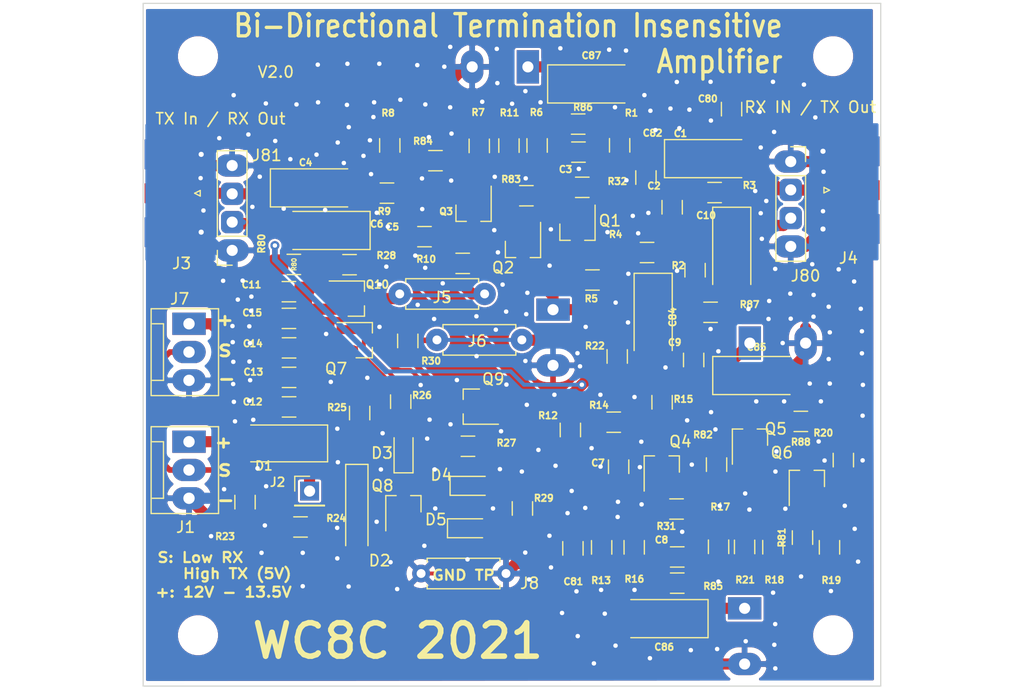
<source format=kicad_pcb>
(kicad_pcb (version 20171130) (host pcbnew "(5.1.12)-1")
  (title_block (date 2021-02-09) (rev 0.1))
  (layers (0 F.Cu signal) (31 B.Cu signal) (34 B.Paste user) (35 F.Paste user) (36 B.SilkS user) (37 F.SilkS user) (38 B.Mask user) (39 F.Mask user) (44 Edge.Cuts user))
  (net 0 "")
  (net 1 "Net-(C1-Pad2)")
  (net 2 "Net-(C1-Pad1)")
  (net 3 "Net-(C2-Pad1)")
  (net 4 "Net-(C3-Pad2)")
  (net 5 "Net-(C3-Pad1)")
  (net 6 "Net-(C4-Pad2)")
  (net 7 "Net-(C4-Pad1)")
  (net 8 "Net-(Q1-Pad3)")
  (net 9 "Net-(Q2-Pad2)")
  (net 10 "Net-(Q3-Pad2)")
  (net 11 GNDREF)
  (net 12 "Net-(C5-Pad1)")
  (net 13 "Net-(C6-Pad1)")
  (net 14 "Net-(C7-Pad1)")
  (net 15 "Net-(C8-Pad2)")
  (net 16 "Net-(C8-Pad1)")
  (net 17 "Net-(C10-Pad2)")
  (net 18 "Net-(Q4-Pad3)")
  (net 19 "Net-(Q5-Pad2)")
  (net 20 "Net-(Q6-Pad2)")
  (net 21 "Net-(C11-Pad1)")
  (net 22 "Net-(Q7-Pad1)")
  (net 23 "Net-(Q10-Pad1)")
  (net 24 /13V)
  (net 25 "Net-(D2-Pad1)")
  (net 26 "Net-(D3-Pad2)")
  (net 27 "Net-(D3-Pad1)")
  (net 28 "Net-(D4-Pad2)")
  (net 29 "Net-(D5-Pad2)")
  (net 30 /RX_Low_TX_High)
  (net 31 "Net-(Q9-Pad3)")
  (net 32 "Net-(J5-Pad1)")
  (net 33 "Net-(J6-Pad1)")
  (net 34 "Net-(C6-Pad2)")
  (net 35 "Net-(C10-Pad1)")
  (net 36 "Net-(Q1-Pad2)")
  (net 37 "Net-(Q4-Pad2)")
  (net 38 "Net-(C85-Pad1)")
  (net 39 "Net-(C86-Pad1)")
  (net 40 "Net-(C87-Pad1)")
  (module WC8C:SMD_Combo_1206_0805 (layer F.Cu) (at 142.31 71.38)
    (fp_text reference R84 (at -1.12 -1.75) (layer F.SilkS) (effects (font (size 0.6 0.6))))
    (fp_text value Open)
    (pad 1 smd roundrect (at -1.3625 0) (size 1.725 1.8) (layers F.Cu F.Paste F.Mask) (roundrect_rratio 0.189) (net 10 "Net-(Q3-Pad2)"))
    (pad 2 smd roundrect (at 1.3625 0) (size 1.725 1.8) (layers F.Cu F.Paste F.Mask) (roundrect_rratio 0.189) (net 9 "Net-(Q2-Pad2)"))
  )
  (module WC8C:SMD_Combo_1206_0805 (layer F.Cu) (at 150.47 74.53)
    (fp_text reference R83 (at -1.37 -1.48) (layer F.SilkS) (effects (font (size 0.6 0.6))))
    (fp_text value Open)
    (pad 1 smd roundrect (at -1.3625 0) (size 1.725 1.8) (layers F.Cu F.Paste F.Mask) (roundrect_rratio 0.189) (net 9 "Net-(Q2-Pad2)") (clearance 0.4))
    (pad 2 smd roundrect (at 1.3625 0) (size 1.725 1.8) (layers F.Cu F.Paste F.Mask) (roundrect_rratio 0.189) (net 8 "Net-(Q1-Pad3)"))
  )
  (module WC8C:SMD_Combo_1206_0805 (layer F.Cu) (at 175.1 94.8 180)
    (fp_text reference R88 (at 0 -1.85) (layer F.SilkS) (effects (font (size 0.6 0.6))))
    (fp_text value Open)
    (pad 1 smd roundrect (at -1.3625 0 180) (size 1.725 1.8) (layers F.Cu F.Paste F.Mask) (roundrect_rratio 0.189) (net 11 GNDREF) (clearance 0.4))
    (pad 2 smd roundrect (at 1.3625 0 180) (size 1.725 1.8) (layers F.Cu F.Paste F.Mask) (roundrect_rratio 0.189) (net 38 "Net-(C85-Pad1)") (clearance 0.4))
  )
  (module WC8C:SMD_Combo_1206_0805 (layer F.Cu) (at 167 85 180)
    (fp_text reference R87 (at -3.5 0.7) (layer F.SilkS) (effects (font (size 0.6 0.6))))
    (fp_text value Open)
    (pad 1 smd roundrect (at -1.3625 0 180) (size 1.725 1.8) (layers F.Cu F.Paste F.Mask) (roundrect_rratio 0.189) (net 11 GNDREF) (clearance 0.4))
    (pad 2 smd roundrect (at 1.3625 0 180) (size 1.725 1.8) (layers F.Cu F.Paste F.Mask) (roundrect_rratio 0.189) (net 12 "Net-(C5-Pad1)") (clearance 0.4))
  )
  (module WC8C:SMD_Combo_1206_0805 (layer F.Cu) (at 155.1178 68.0974 180)
    (fp_text reference R86 (at -0.4318 1.5113) (layer F.SilkS) (effects (font (size 0.6 0.6))))
    (fp_text value Open)
    (pad 1 smd roundrect (at -1.3625 0 180) (size 1.725 1.8) (layers F.Cu F.Paste F.Mask) (roundrect_rratio 0.189) (net 4 "Net-(C3-Pad2)") (clearance 0.4))
    (pad 2 smd roundrect (at 1.3625 0 180) (size 1.725 1.8) (layers F.Cu F.Paste F.Mask) (roundrect_rratio 0.189) (net 40 "Net-(C87-Pad1)") (clearance 0.4))
  )
  (module WC8C:SMD_Combo_1206_0805 (layer F.Cu) (at 164.0078 109.3216 180)
    (fp_text reference R85 (at -3.2258 -0.2794) (layer F.SilkS) (effects (font (size 0.6 0.6))))
    (fp_text value Open)
    (pad 1 smd roundrect (at -1.3625 0 180) (size 1.725 1.8) (layers F.Cu F.Paste F.Mask) (roundrect_rratio 0.189) (net 39 "Net-(C86-Pad1)") (clearance 0.4))
    (pad 2 smd roundrect (at 1.3625 0 180) (size 1.725 1.8) (layers F.Cu F.Paste F.Mask) (roundrect_rratio 0.189) (net 15 "Net-(C8-Pad2)") (clearance 0.4))
  )
  (module WC8C:SMD_Combo_1206_0805 (layer F.Cu) (at 167.5384 98.679 270)
    (fp_text reference R82 (at -2.6797 1.2192 180) (layer F.SilkS) (effects (font (size 0.6 0.6))))
    (fp_text value Open)
    (pad 1 smd roundrect (at -1.3625 0 270) (size 1.725 1.8) (layers F.Cu F.Paste F.Mask) (roundrect_rratio 0.189) (net 18 "Net-(Q4-Pad3)") (clearance 0.4))
    (pad 2 smd roundrect (at 1.3625 0 270) (size 1.725 1.8) (layers F.Cu F.Paste F.Mask) (roundrect_rratio 0.189) (net 19 "Net-(Q5-Pad2)") (clearance 0.4))
  )
  (module WC8C:SMD_Combo_1206_0805 (layer F.Cu) (at 175.2473 105.2322 90)
    (fp_text reference R81 (at 0 -1.85 90) (layer F.SilkS) (effects (font (size 0.6 0.6))))
    (fp_text value Open)
    (pad 1 smd roundrect (at -1.3625 0 90) (size 1.725 1.8) (layers F.Cu F.Paste F.Mask) (roundrect_rratio 0.189) (net 20 "Net-(Q6-Pad2)") (clearance 0.4))
    (pad 2 smd roundrect (at 1.3625 0 90) (size 1.725 1.8) (layers F.Cu F.Paste F.Mask) (roundrect_rratio 0.189) (net 19 "Net-(Q5-Pad2)") (clearance 0.4))
  )
  (module WC8C:SMD_Combo_1206_0805 (layer F.Cu) (at 129.6 80.7)
    (fp_text reference R80 (at -2.8956 -1.8669 270) (layer F.SilkS) (effects (font (size 0.6 0.6))))
    (fp_text value Open)
    (fp_text user %R (at 0.0254 0 270) (layer F.SilkS) (effects (font (size 0.4 0.4) (thickness 0.1))))
    (pad 1 smd roundrect (at -1.3625 0) (size 1.725 1.8) (layers F.Cu F.Paste F.Mask) (roundrect_rratio 0.189) (net 38 "Net-(C85-Pad1)") (clearance 0.4))
    (pad 2 smd roundrect (at 1.3625 0) (size 1.725 1.8) (layers F.Cu F.Paste F.Mask) (roundrect_rratio 0.189) (net 34 "Net-(C6-Pad2)") (clearance 0.4))
  )
  (module WC8C:SMD_Combo_1206_0805 (layer F.Cu) (at 161.2011 72.898 270)
    (fp_text reference C82 (at -3.998 -0.5989 180) (layer F.SilkS) (effects (font (size 0.6 0.6))))
    (fp_text value Open)
    (pad 1 smd roundrect (at -1.3625 0 270) (size 1.725 1.8) (layers F.Cu F.Paste F.Mask) (roundrect_rratio 0.189) (net 11 GNDREF) (clearance 0.4))
    (pad 2 smd roundrect (at 1.3625 0 270) (size 1.725 1.8) (layers F.Cu F.Paste F.Mask) (roundrect_rratio 0.189) (net 2 "Net-(C1-Pad1)") (clearance 0.4))
  )
  (module WC8C:SMD_Combo_1206_0805 (layer F.Cu) (at 154.6479 106.201 270)
    (fp_text reference C81 (at 2.9809 -0.0381 180) (layer F.SilkS) (effects (font (size 0.6 0.6))))
    (fp_text value Open)
    (pad 1 smd roundrect (at -1.3625 0 270) (size 1.725 1.8) (layers F.Cu F.Paste F.Mask) (roundrect_rratio 0.189) (net 13 "Net-(C6-Pad1)") (clearance 0.4))
    (pad 2 smd roundrect (at 1.3625 0 270) (size 1.725 1.8) (layers F.Cu F.Paste F.Mask) (roundrect_rratio 0.189) (net 11 GNDREF) (clearance 0.4))
  )
  (module WC8C:SMD_Combo_1206_0805 (layer F.Cu) (at 168.8846 66.7512 270)
    (fp_text reference C80 (at -0.9271 2.1336 180) (layer F.SilkS) (effects (font (size 0.6 0.6))))
    (fp_text value Open)
    (pad 1 smd roundrect (at -1.3625 0 270) (size 1.725 1.8) (layers F.Cu F.Paste F.Mask) (roundrect_rratio 0.189) (net 11 GNDREF) (clearance 0.4))
    (pad 2 smd roundrect (at 1.3625 0 270) (size 1.725 1.8) (layers F.Cu F.Paste F.Mask) (roundrect_rratio 0.189) (net 1 "Net-(C1-Pad2)") (clearance 0.4))
  )
  (module WC8C:SMD_Combo_1206_0805 (layer F.Cu) (at 155.4861 73.7743)
    (fp_text reference R32 (at 3.1496 -0.5334) (layer F.SilkS) (effects (font (size 0.6 0.6))))
    (fp_text value 0R)
    (pad 1 smd roundrect (at -1.3625 0) (size 1.725 1.8) (layers F.Cu F.Paste F.Mask) (roundrect_rratio 0.189) (net 36 "Net-(Q1-Pad2)"))
    (pad 2 smd roundrect (at 1.3625 0) (size 1.725 1.8) (layers F.Cu F.Paste F.Mask) (roundrect_rratio 0.189) (net 4 "Net-(C3-Pad2)") (clearance 0.4))
  )
  (module WC8C:SMD_Combo_1206_0805 (layer F.Cu) (at 163.9443 102.6668 180)
    (fp_text reference R31 (at 0.9144 -1.5494) (layer F.SilkS) (effects (font (size 0.6 0.6))))
    (fp_text value 0R)
    (pad 1 smd roundrect (at -1.3625 0 180) (size 1.725 1.8) (layers F.Cu F.Paste F.Mask) (roundrect_rratio 0.189) (net 37 "Net-(Q4-Pad2)") (clearance 0.4))
    (pad 2 smd roundrect (at 1.3625 0 180) (size 1.725 1.8) (layers F.Cu F.Paste F.Mask) (roundrect_rratio 0.189) (net 15 "Net-(C8-Pad2)") (clearance 0.4))
  )
  (module WC8C:SMD_Combo_1206_0805 (layer F.Cu) (at 139.827 87.5685 270)
    (fp_text reference R30 (at 1.8014 -2.0955 180) (layer F.SilkS) (effects (font (size 0.6 0.6))))
    (fp_text value 10K)
    (pad 1 smd roundrect (at -1.3625 0 270) (size 1.725 1.8) (layers F.Cu F.Paste F.Mask) (roundrect_rratio 0.189) (net 23 "Net-(Q10-Pad1)"))
    (pad 2 smd roundrect (at 1.3625 0 270) (size 1.725 1.8) (layers F.Cu F.Paste F.Mask) (roundrect_rratio 0.189) (net 31 "Net-(Q9-Pad3)"))
  )
  (module WC8C:SMD_Combo_1206_0805 (layer F.Cu) (at 150.114 102.616 270)
    (fp_text reference R29 (at -0.9271 -1.9177 180) (layer F.SilkS) (effects (font (size 0.6 0.6))))
    (fp_text value 10K)
    (pad 1 smd roundrect (at -1.3625 0 270) (size 1.725 1.8) (layers F.Cu F.Paste F.Mask) (roundrect_rratio 0.189) (net 28 "Net-(D4-Pad2)") (clearance 0.4))
    (pad 2 smd roundrect (at 1.3625 0 270) (size 1.725 1.8) (layers F.Cu F.Paste F.Mask) (roundrect_rratio 0.189) (net 29 "Net-(D5-Pad2)") (clearance 0.4))
  )
  (module WC8C:SMD_Combo_1206_0805 (layer F.Cu) (at 134.6 80.7212)
    (fp_text reference R28 (at 3.3 -0.8212) (layer F.SilkS) (effects (font (size 0.6 0.6))))
    (fp_text value 10K)
    (pad 1 smd roundrect (at -1.3625 0) (size 1.725 1.8) (layers F.Cu F.Paste F.Mask) (roundrect_rratio 0.189) (net 21 "Net-(C11-Pad1)") (clearance 0.4))
    (pad 2 smd roundrect (at 1.3625 0) (size 1.725 1.8) (layers F.Cu F.Paste F.Mask) (roundrect_rratio 0.189) (net 23 "Net-(Q10-Pad1)") (clearance 0.4))
  )
  (module WC8C:SMD_Combo_1206_0805 (layer F.Cu) (at 145.2265 97.028)
    (fp_text reference R27 (at 3.4524 -0.2921) (layer F.SilkS) (effects (font (size 0.6 0.6))))
    (fp_text value 10K)
    (pad 1 smd roundrect (at -1.3625 0) (size 1.725 1.8) (layers F.Cu F.Paste F.Mask) (roundrect_rratio 0.189) (net 21 "Net-(C11-Pad1)") (clearance 0.4))
    (pad 2 smd roundrect (at 1.3625 0) (size 1.725 1.8) (layers F.Cu F.Paste F.Mask) (roundrect_rratio 0.189) (net 28 "Net-(D4-Pad2)") (clearance 0.4))
  )
  (module WC8C:SMD_Combo_1206_0805 (layer F.Cu) (at 139.192 93.0255 270)
    (fp_text reference R26 (at -0.5695 -1.905 180) (layer F.SilkS) (effects (font (size 0.6 0.6))))
    (fp_text value 10K)
    (pad 1 smd roundrect (at -1.3625 0 270) (size 1.725 1.8) (layers F.Cu F.Paste F.Mask) (roundrect_rratio 0.189) (net 22 "Net-(Q7-Pad1)") (clearance 0.4))
    (pad 2 smd roundrect (at 1.3625 0 270) (size 1.725 1.8) (layers F.Cu F.Paste F.Mask) (roundrect_rratio 0.189) (net 26 "Net-(D3-Pad2)") (clearance 0.4))
  )
  (module WC8C:SMD_Combo_1206_0805 (layer F.Cu) (at 135.509 94.0455 270)
    (fp_text reference R25 (at -0.4973 2.032 180) (layer F.SilkS) (effects (font (size 0.6 0.6))))
    (fp_text value 10K)
    (pad 1 smd roundrect (at -1.3625 0 270) (size 1.725 1.8) (layers F.Cu F.Paste F.Mask) (roundrect_rratio 0.189) (net 21 "Net-(C11-Pad1)") (clearance 0.4))
    (pad 2 smd roundrect (at 1.3625 0 270) (size 1.725 1.8) (layers F.Cu F.Paste F.Mask) (roundrect_rratio 0.189) (net 22 "Net-(Q7-Pad1)") (clearance 0.4))
  )
  (module WC8C:SMD_Combo_1206_0805 (layer F.Cu) (at 130.2004 104.2797 180)
    (fp_text reference R24 (at -3.1996 0.7797) (layer F.SilkS) (effects (font (size 0.6 0.6))))
    (fp_text value 3K3)
    (pad 1 smd roundrect (at -1.3625 0 180) (size 1.725 1.8) (layers F.Cu F.Paste F.Mask) (roundrect_rratio 0.189) (net 25 "Net-(D2-Pad1)") (clearance 0.4))
    (pad 2 smd roundrect (at 1.3625 0 180) (size 1.725 1.8) (layers F.Cu F.Paste F.Mask) (roundrect_rratio 0.189) (net 30 /RX_Low_TX_High) (clearance 0.4))
  )
  (module WC8C:SMD_Combo_1206_0805 (layer F.Cu) (at 125.222 102.0465 270)
    (fp_text reference R23 (at 3.0841 1.7907 180) (layer F.SilkS) (effects (font (size 0.6 0.6))))
    (fp_text value 10K)
    (pad 1 smd roundrect (at -1.3625 0 270) (size 1.725 1.8) (layers F.Cu F.Paste F.Mask) (roundrect_rratio 0.189) (net 30 /RX_Low_TX_High) (clearance 0.4))
    (pad 2 smd roundrect (at 1.3625 0 270) (size 1.725 1.8) (layers F.Cu F.Paste F.Mask) (roundrect_rratio 0.189) (net 11 GNDREF) (clearance 0.4))
  )
  (module WC8C:SMD_Combo_1206_0805 (layer F.Cu) (at 158.623 88.9655 270)
    (fp_text reference R22 (at -0.9545 2.0066 180) (layer F.SilkS) (effects (font (size 0.6 0.6))))
    (fp_text value 10R)
    (pad 1 smd roundrect (at -1.3625 0 270) (size 1.725 1.8) (layers F.Cu F.Paste F.Mask) (roundrect_rratio 0.189) (net 33 "Net-(J6-Pad1)") (clearance 0.4))
    (pad 2 smd roundrect (at 1.3625 0 270) (size 1.725 1.8) (layers F.Cu F.Paste F.Mask) (roundrect_rratio 0.189) (net 38 "Net-(C85-Pad1)") (clearance 0.4))
  )
  (module WC8C:SMD_Combo_1206_0805 (layer F.Cu) (at 170.053 106.0704 90)
    (fp_text reference R21 (at -2.9591 0.0508 180) (layer F.SilkS) (effects (font (size 0.6 0.6))))
    (fp_text value 150R)
    (pad 1 smd roundrect (at -1.3625 0 90) (size 1.725 1.8) (layers F.Cu F.Paste F.Mask) (roundrect_rratio 0.189) (net 11 GNDREF) (clearance 0.4))
    (pad 2 smd roundrect (at 1.3625 0 90) (size 1.725 1.8) (layers F.Cu F.Paste F.Mask) (roundrect_rratio 0.189) (net 16 "Net-(C8-Pad1)") (clearance 0.4))
  )
  (module WC8C:SMD_Combo_1206_0805 (layer F.Cu) (at 178.9176 98.2722 270)
    (fp_text reference R20 (at -2.438 1.8034 180) (layer F.SilkS) (effects (font (size 0.6 0.6))))
    (fp_text value 50R)
    (pad 1 smd roundrect (at -1.3625 0 270) (size 1.725 1.8) (layers F.Cu F.Paste F.Mask) (roundrect_rratio 0.189) (net 17 "Net-(C10-Pad2)") (clearance 0.4))
    (pad 2 smd roundrect (at 1.3625 0 270) (size 1.725 1.8) (layers F.Cu F.Paste F.Mask) (roundrect_rratio 0.189) (net 20 "Net-(Q6-Pad2)") (clearance 0.4))
  )
  (module WC8C:SMD_Combo_1206_0805 (layer F.Cu) (at 177.673 106.1065 270)
    (fp_text reference R19 (at 2.9611 -0.1651 180) (layer F.SilkS) (effects (font (size 0.6 0.6))))
    (fp_text value 470)
    (pad 1 smd roundrect (at -1.3625 0 270) (size 1.725 1.8) (layers F.Cu F.Paste F.Mask) (roundrect_rratio 0.189) (net 20 "Net-(Q6-Pad2)") (clearance 0.3))
    (pad 2 smd roundrect (at 1.3625 0 270) (size 1.725 1.8) (layers F.Cu F.Paste F.Mask) (roundrect_rratio 0.189) (net 11 GNDREF) (clearance 0.3))
  )
  (module WC8C:SMD_Combo_1206_0805 (layer F.Cu) (at 172.593 106.0958 270)
    (fp_text reference R18 (at 2.9337 -0.127 180) (layer F.SilkS) (effects (font (size 0.6 0.6))))
    (fp_text value 2K2)
    (pad 1 smd roundrect (at -1.3625 0 270) (size 1.725 1.8) (layers F.Cu F.Paste F.Mask) (roundrect_rratio 0.189) (net 19 "Net-(Q5-Pad2)") (clearance 0.4))
    (pad 2 smd roundrect (at 1.3625 0 270) (size 1.725 1.8) (layers F.Cu F.Paste F.Mask) (roundrect_rratio 0.189) (net 11 GNDREF) (clearance 0.4))
  )
  (module WC8C:SMD_Combo_1206_0805 (layer F.Cu) (at 167.7162 106.0577 90)
    (fp_text reference R17 (at 3.5814 0.1524 180) (layer F.SilkS) (effects (font (size 0.6 0.6))))
    (fp_text value 47R)
    (pad 1 smd roundrect (at -1.3625 0 90) (size 1.725 1.8) (layers F.Cu F.Paste F.Mask) (roundrect_rratio 0.189) (net 11 GNDREF) (clearance 0.4))
    (pad 2 smd roundrect (at 1.3625 0 90) (size 1.725 1.8) (layers F.Cu F.Paste F.Mask) (roundrect_rratio 0.189) (net 16 "Net-(C8-Pad1)") (clearance 0.4))
  )
  (module WC8C:SMD_Combo_1206_0805 (layer F.Cu) (at 160.147 106.1065 270)
    (fp_text reference R16 (at 2.8468 -0.0127 180) (layer F.SilkS) (effects (font (size 0.6 0.6))))
    (fp_text value 180R)
    (pad 1 smd roundrect (at -1.3625 0 270) (size 1.725 1.8) (layers F.Cu F.Paste F.Mask) (roundrect_rratio 0.189) (net 15 "Net-(C8-Pad2)") (clearance 0.4))
    (pad 2 smd roundrect (at 1.3625 0 270) (size 1.725 1.8) (layers F.Cu F.Paste F.Mask) (roundrect_rratio 0.189) (net 11 GNDREF) (clearance 0.4))
  )
  (module WC8C:SMD_Combo_1206_0805 (layer F.Cu) (at 162.6489 93.0783 270)
    (fp_text reference R15 (at -0.2794 -1.9177 180) (layer F.SilkS) (effects (font (size 0.6 0.6))))
    (fp_text value 220R)
    (pad 1 smd roundrect (at -1.3625 0 270) (size 1.725 1.8) (layers F.Cu F.Paste F.Mask) (roundrect_rratio 0.189) (net 38 "Net-(C85-Pad1)") (clearance 0.4))
    (pad 2 smd roundrect (at 1.3625 0 270) (size 1.725 1.8) (layers F.Cu F.Paste F.Mask) (roundrect_rratio 0.189) (net 18 "Net-(Q4-Pad3)") (clearance 0.4))
  )
  (module WC8C:SMD_Combo_1206_0805 (layer F.Cu) (at 158.3075 94.869 180)
    (fp_text reference R14 (at 1.3228 1.524) (layer F.SilkS) (effects (font (size 0.6 0.6))))
    (fp_text value 180R)
    (pad 1 smd roundrect (at -1.3625 0 180) (size 1.725 1.8) (layers F.Cu F.Paste F.Mask) (roundrect_rratio 0.189) (net 18 "Net-(Q4-Pad3)") (clearance 0.4))
    (pad 2 smd roundrect (at 1.3625 0 180) (size 1.725 1.8) (layers F.Cu F.Paste F.Mask) (roundrect_rratio 0.189) (net 14 "Net-(C7-Pad1)") (clearance 0.4))
  )
  (module WC8C:SMD_Combo_1206_0805 (layer F.Cu) (at 157.226 106.1105 270)
    (fp_text reference R13 (at 2.9698 0.0508 180) (layer F.SilkS) (effects (font (size 0.6 0.6))))
    (fp_text value 2K2)
    (pad 1 smd roundrect (at -1.3625 0 270) (size 1.725 1.8) (layers F.Cu F.Paste F.Mask) (roundrect_rratio 0.189) (net 13 "Net-(C6-Pad1)") (clearance 0.4))
    (pad 2 smd roundrect (at 1.3625 0 270) (size 1.725 1.8) (layers F.Cu F.Paste F.Mask) (roundrect_rratio 0.189) (net 11 GNDREF) (clearance 0.4))
  )
  (module WC8C:SMD_Combo_1206_0805 (layer F.Cu) (at 154.4193 95.5675 270)
    (fp_text reference R12 (at -1.2934 2.0066 180) (layer F.SilkS) (effects (font (size 0.6 0.6))))
    (fp_text value 10K)
    (pad 1 smd roundrect (at -1.3625 0 270) (size 1.725 1.8) (layers F.Cu F.Paste F.Mask) (roundrect_rratio 0.189) (net 38 "Net-(C85-Pad1)") (clearance 0.4))
    (pad 2 smd roundrect (at 1.3625 0 270) (size 1.725 1.8) (layers F.Cu F.Paste F.Mask) (roundrect_rratio 0.189) (net 13 "Net-(C6-Pad1)") (clearance 0.4))
  )
  (module WC8C:SMD_Combo_1206_0805 (layer F.Cu) (at 148.9075 70.0278 270)
    (fp_text reference R11 (at -2.9464 -0.0508 180) (layer F.SilkS) (effects (font (size 0.6 0.6))))
    (fp_text value 180R)
    (pad 1 smd roundrect (at -1.3625 0 270) (size 1.725 1.8) (layers F.Cu F.Paste F.Mask) (roundrect_rratio 0.189) (net 11 GNDREF) (clearance 0.4))
    (pad 2 smd roundrect (at 1.3625 0 270) (size 1.725 1.8) (layers F.Cu F.Paste F.Mask) (roundrect_rratio 0.189) (net 5 "Net-(C3-Pad1)"))
  )
  (module WC8C:SMD_Combo_1206_0805 (layer F.Cu) (at 144.7546 80.6069 180)
    (fp_text reference R10 (at 3.2766 0.381) (layer F.SilkS) (effects (font (size 0.6 0.6))))
    (fp_text value 10R)
    (pad 1 smd roundrect (at -1.3625 0 180) (size 1.725 1.8) (layers F.Cu F.Paste F.Mask) (roundrect_rratio 0.189) (net 12 "Net-(C5-Pad1)") (clearance 0.4))
    (pad 2 smd roundrect (at 1.3625 0 180) (size 1.725 1.8) (layers F.Cu F.Paste F.Mask) (roundrect_rratio 0.189) (net 32 "Net-(J5-Pad1)") (clearance 0.4))
  )
  (module WC8C:SMD_Combo_1206_0805 (layer F.Cu) (at 137.9601 74.295)
    (fp_text reference R9 (at -0.2413 1.6383) (layer F.SilkS) (effects (font (size 0.6 0.6))))
    (fp_text value 50R)
    (pad 1 smd roundrect (at -1.3625 0) (size 1.725 1.8) (layers F.Cu F.Paste F.Mask) (roundrect_rratio 0.189) (net 6 "Net-(C4-Pad2)") (clearance 0.4))
    (pad 2 smd roundrect (at 1.3625 0) (size 1.725 1.8) (layers F.Cu F.Paste F.Mask) (roundrect_rratio 0.189) (net 10 "Net-(Q3-Pad2)") (clearance 0.4))
  )
  (module WC8C:SMD_Combo_1206_0805 (layer F.Cu) (at 138.21 70.01 90)
    (fp_text reference R8 (at 2.9083 -0.1524 180) (layer F.SilkS) (effects (font (size 0.6 0.6))))
    (fp_text value 470R)
    (pad 1 smd roundrect (at -1.3625 0 90) (size 1.725 1.8) (layers F.Cu F.Paste F.Mask) (roundrect_rratio 0.189) (net 10 "Net-(Q3-Pad2)"))
    (pad 2 smd roundrect (at 1.3625 0 90) (size 1.725 1.8) (layers F.Cu F.Paste F.Mask) (roundrect_rratio 0.189) (net 11 GNDREF) (clearance 0.4))
  )
  (module WC8C:SMD_Combo_1206_0805 (layer F.Cu) (at 146.2405 70.0532 90)
    (fp_text reference R7 (at 3.0099 -0.1016 180) (layer F.SilkS) (effects (font (size 0.6 0.6))))
    (fp_text value 2K2)
    (pad 1 smd roundrect (at -1.3625 0 90) (size 1.725 1.8) (layers F.Cu F.Paste F.Mask) (roundrect_rratio 0.189) (net 9 "Net-(Q2-Pad2)"))
    (pad 2 smd roundrect (at 1.3625 0 90) (size 1.725 1.8) (layers F.Cu F.Paste F.Mask) (roundrect_rratio 0.189) (net 11 GNDREF) (clearance 0.4))
  )
  (module WC8C:SMD_Combo_1206_0805 (layer F.Cu) (at 151.4348 70.0151 270)
    (fp_text reference R6 (at -2.9718 0.0635 180) (layer F.SilkS) (effects (font (size 0.6 0.6))))
    (fp_text value 22R)
    (pad 1 smd roundrect (at -1.3625 0 270) (size 1.725 1.8) (layers F.Cu F.Paste F.Mask) (roundrect_rratio 0.189) (net 11 GNDREF) (clearance 0.4))
    (pad 2 smd roundrect (at 1.3625 0 270) (size 1.725 1.8) (layers F.Cu F.Paste F.Mask) (roundrect_rratio 0.189) (net 5 "Net-(C3-Pad1)") (clearance 0.4))
  )
  (module WC8C:SMD_Combo_1206_0805 (layer F.Cu) (at 156.4 82.1 180)
    (fp_text reference R5 (at 0.1016 -1.6764) (layer F.SilkS) (effects (font (size 0.6 0.6))))
    (fp_text value 470R)
    (pad 1 smd roundrect (at -1.3625 0 180) (size 1.725 1.8) (layers F.Cu F.Paste F.Mask) (roundrect_rratio 0.189) (net 12 "Net-(C5-Pad1)") (clearance 0.4))
    (pad 2 smd roundrect (at 1.3625 0 180) (size 1.725 1.8) (layers F.Cu F.Paste F.Mask) (roundrect_rratio 0.189) (net 8 "Net-(Q1-Pad3)") (clearance 0.4))
  )
  (module WC8C:SMD_Combo_1206_0805 (layer F.Cu) (at 161.3 79.629)
    (fp_text reference R4 (at -2.8194 -1.6256) (layer F.SilkS) (effects (font (size 0.6 0.6))))
    (fp_text value 750R)
    (pad 1 smd roundrect (at -1.3625 0) (size 1.725 1.8) (layers F.Cu F.Paste F.Mask) (roundrect_rratio 0.189) (net 8 "Net-(Q1-Pad3)") (clearance 0.4))
    (pad 2 smd roundrect (at 1.3625 0) (size 1.725 1.8) (layers F.Cu F.Paste F.Mask) (roundrect_rratio 0.189) (net 3 "Net-(C2-Pad1)") (clearance 0.4))
  )
  (module WC8C:SMD_Combo_1206_0805 (layer F.Cu) (at 167.3606 74.2442)
    (fp_text reference R3 (at 3.1242 -0.6477) (layer F.SilkS) (effects (font (size 0.6 0.6))))
    (fp_text value 2K2)
    (pad 1 smd roundrect (at -1.3625 0) (size 1.725 1.8) (layers F.Cu F.Paste F.Mask) (roundrect_rratio 0.189) (net 2 "Net-(C1-Pad1)") (clearance 0.4))
    (pad 2 smd roundrect (at 1.3625 0) (size 1.725 1.8) (layers F.Cu F.Paste F.Mask) (roundrect_rratio 0.189) (net 11 GNDREF) (clearance 0.4))
  )
  (module WC8C:SMD_Combo_1206_0805 (layer F.Cu) (at 165.608 81.2185 90)
    (fp_text reference R2 (at 0.4185 -1.508 180) (layer F.SilkS) (effects (font (size 0.6 0.6))))
    (fp_text value 10K)
    (pad 1 smd roundrect (at -1.3625 0 90) (size 1.725 1.8) (layers F.Cu F.Paste F.Mask) (roundrect_rratio 0.189) (net 12 "Net-(C5-Pad1)") (clearance 0.4))
    (pad 2 smd roundrect (at 1.3625 0 90) (size 1.725 1.8) (layers F.Cu F.Paste F.Mask) (roundrect_rratio 0.189) (net 2 "Net-(C1-Pad1)") (clearance 0.4))
  )
  (module WC8C:SMD_Combo_1206_0805 (layer F.Cu) (at 158.8389 70.0024 90)
    (fp_text reference R1 (at 2.9024 1.0611 180) (layer F.SilkS) (effects (font (size 0.6 0.6))))
    (fp_text value 180R)
    (pad 1 smd roundrect (at -1.3625 0 90) (size 1.725 1.8) (layers F.Cu F.Paste F.Mask) (roundrect_rratio 0.189) (net 4 "Net-(C3-Pad2)") (clearance 0.4))
    (pad 2 smd roundrect (at 1.3625 0 90) (size 1.725 1.8) (layers F.Cu F.Paste F.Mask) (roundrect_rratio 0.189) (net 11 GNDREF) (clearance 0.4))
  )
  (module WC8C:SMD_Combo_1206_0805 (layer F.Cu) (at 129.159 85.5472 180)
    (fp_text reference C15 (at 3.2893 0.508) (layer F.SilkS) (effects (font (size 0.6 0.6))))
    (fp_text value 1u)
    (pad 1 smd roundrect (at -1.3625 0 180) (size 1.725 1.8) (layers F.Cu F.Paste F.Mask) (roundrect_rratio 0.189) (net 21 "Net-(C11-Pad1)") (clearance 0.4))
    (pad 2 smd roundrect (at 1.3625 0 180) (size 1.725 1.8) (layers F.Cu F.Paste F.Mask) (roundrect_rratio 0.189) (net 11 GNDREF) (clearance 0.4))
  )
  (module WC8C:SMD_Combo_1206_0805 (layer F.Cu) (at 129.1721 88.197266 180)
    (fp_text reference C14 (at 3.2516 0.389466) (layer F.SilkS) (effects (font (size 0.6 0.6))))
    (fp_text value 10u)
    (pad 1 smd roundrect (at -1.3625 0 180) (size 1.725 1.8) (layers F.Cu F.Paste F.Mask) (roundrect_rratio 0.189) (net 21 "Net-(C11-Pad1)") (clearance 0.4))
    (pad 2 smd roundrect (at 1.3625 0 180) (size 1.725 1.8) (layers F.Cu F.Paste F.Mask) (roundrect_rratio 0.189) (net 11 GNDREF) (clearance 0.4))
  )
  (module WC8C:SMD_Combo_1206_0805 (layer F.Cu) (at 129.1721 90.847332 180)
    (fp_text reference C13 (at 3.2008 0.486832) (layer F.SilkS) (effects (font (size 0.6 0.6))))
    (fp_text value 10u)
    (pad 1 smd roundrect (at -1.3625 0 180) (size 1.725 1.8) (layers F.Cu F.Paste F.Mask) (roundrect_rratio 0.189) (net 21 "Net-(C11-Pad1)") (clearance 0.4))
    (pad 2 smd roundrect (at 1.3625 0 180) (size 1.725 1.8) (layers F.Cu F.Paste F.Mask) (roundrect_rratio 0.189) (net 11 GNDREF) (clearance 0.4))
  )
  (module WC8C:SMD_Combo_1206_0805 (layer F.Cu) (at 129.1721 93.4974 180)
    (fp_text reference C12 (at 3.2643 0.4572) (layer F.SilkS) (effects (font (size 0.6 0.6))))
    (fp_text value 10u)
    (pad 1 smd roundrect (at -1.3625 0 180) (size 1.725 1.8) (layers F.Cu F.Paste F.Mask) (roundrect_rratio 0.189) (net 21 "Net-(C11-Pad1)") (clearance 0.4))
    (pad 2 smd roundrect (at 1.3625 0 180) (size 1.725 1.8) (layers F.Cu F.Paste F.Mask) (roundrect_rratio 0.189) (net 11 GNDREF) (clearance 0.4))
  )
  (module WC8C:SMD_Combo_1206_0805 (layer F.Cu) (at 129.159 83.1469 180)
    (fp_text reference C11 (at 3.3528 0.6223 180) (layer F.SilkS) (effects (font (size 0.6 0.6))))
    (fp_text value .1u)
    (pad 1 smd roundrect (at -1.3625 0 180) (size 1.725 1.8) (layers F.Cu F.Paste F.Mask) (roundrect_rratio 0.189) (net 21 "Net-(C11-Pad1)") (clearance 0.4))
    (pad 2 smd roundrect (at 1.3625 0 180) (size 1.725 1.8) (layers F.Cu F.Paste F.Mask) (roundrect_rratio 0.189) (net 11 GNDREF) (clearance 0.4))
  )
  (module WC8C:SMD_Combo_1206_0805 (layer F.Cu) (at 165.481 89.281 90)
    (fp_text reference C9 (at 1.5748 -1.7018 180) (layer F.SilkS) (effects (font (size 0.6 0.6))))
    (fp_text value .1u)
    (pad 1 smd roundrect (at -1.3625 0 90) (size 1.725 1.8) (layers F.Cu F.Paste F.Mask) (roundrect_rratio 0.189) (net 38 "Net-(C85-Pad1)") (clearance 0.4))
    (pad 2 smd roundrect (at 1.3625 0 90) (size 1.725 1.8) (layers F.Cu F.Paste F.Mask) (roundrect_rratio 0.189) (net 11 GNDREF) (clearance 0.4))
  )
  (module WC8C:SMD_Combo_1206_0805 (layer F.Cu) (at 164.0078 106.9721 180)
    (fp_text reference C8 (at 1.4097 1.5367) (layer F.SilkS) (effects (font (size 0.6 0.6))))
    (fp_text value .1u)
    (pad 1 smd roundrect (at -1.3625 0 180) (size 1.725 1.8) (layers F.Cu F.Paste F.Mask) (roundrect_rratio 0.189) (net 16 "Net-(C8-Pad1)") (clearance 0.4))
    (pad 2 smd roundrect (at 1.3625 0 180) (size 1.725 1.8) (layers F.Cu F.Paste F.Mask) (roundrect_rratio 0.189) (net 15 "Net-(C8-Pad2)") (clearance 0.4))
  )
  (module WC8C:SMD_Combo_1206_0805 (layer F.Cu) (at 158.75 98.867 270)
    (fp_text reference C7 (at -0.3404 1.8542 180) (layer F.SilkS) (effects (font (size 0.6 0.6))))
    (fp_text value .1u)
    (pad 1 smd roundrect (at -1.3625 0 270) (size 1.725 1.8) (layers F.Cu F.Paste F.Mask) (roundrect_rratio 0.189) (net 14 "Net-(C7-Pad1)") (clearance 0.4))
    (pad 2 smd roundrect (at 1.3625 0 270) (size 1.725 1.8) (layers F.Cu F.Paste F.Mask) (roundrect_rratio 0.189) (net 13 "Net-(C6-Pad1)") (clearance 0.4))
  )
  (module WC8C:SMD_Combo_1206_0805 (layer F.Cu) (at 141.3256 78.2066 180)
    (fp_text reference C5 (at 2.8727 0.8763) (layer F.SilkS) (effects (font (size 0.6 0.6))))
    (fp_text value .1u)
    (pad 1 smd roundrect (at -1.3625 0 180) (size 1.725 1.8) (layers F.Cu F.Paste F.Mask) (roundrect_rratio 0.189) (net 12 "Net-(C5-Pad1)") (clearance 0.4))
    (pad 2 smd roundrect (at 1.3625 0 180) (size 1.725 1.8) (layers F.Cu F.Paste F.Mask) (roundrect_rratio 0.189) (net 11 GNDREF) (clearance 0.4))
  )
  (module WC8C:SMD_Combo_1206_0805 (layer F.Cu) (at 155.1432 70.612)
    (fp_text reference C3 (at -1.1557 1.5494) (layer F.SilkS) (effects (font (size 0.6 0.6))))
    (fp_text value .1u)
    (pad 1 smd roundrect (at -1.3625 0) (size 1.725 1.8) (layers F.Cu F.Paste F.Mask) (roundrect_rratio 0.189) (net 5 "Net-(C3-Pad1)") (clearance 0.4))
    (pad 2 smd roundrect (at 1.3625 0) (size 1.725 1.8) (layers F.Cu F.Paste F.Mask) (roundrect_rratio 0.189) (net 4 "Net-(C3-Pad2)") (clearance 0.4))
  )
  (module WC8C:SMD_Combo_1206_0805 (layer F.Cu) (at 163.5506 75.565 90)
    (fp_text reference C2 (at 1.9202 -1.6256 180) (layer F.SilkS) (effects (font (size 0.6 0.6))))
    (fp_text value .1u)
    (pad 1 smd roundrect (at -1.3625 0 90) (size 1.725 1.8) (layers F.Cu F.Paste F.Mask) (roundrect_rratio 0.189) (net 3 "Net-(C2-Pad1)") (clearance 0.4))
    (pad 2 smd roundrect (at 1.3625 0 90) (size 1.725 1.8) (layers F.Cu F.Paste F.Mask) (roundrect_rratio 0.189) (net 2 "Net-(C1-Pad1)") (clearance 0.4))
  )
  (module WC8C:Cap_0805_1206_6032 (layer F.Cu) (at 156.3116 64.4906)
    (fp_text reference C87 (at 0 -2.55) (layer F.SilkS) (effects (font (size 0.6 0.6))))
    (fp_text value Open)
    (pad 2 smd roundrect (at 2.1 0) (size 3.15 2.35) (layers F.Cu F.Paste F.Mask) (roundrect_rratio 0.111) (net 11 GNDREF))
    (pad 1 smd roundrect (at -2.1 0) (size 3.15 2.35) (layers F.Cu F.Paste F.Mask) (roundrect_rratio 0.111) (net 40 "Net-(C87-Pad1)"))
  )
  (module WC8C:Cap_0805_1206_6032 (layer F.Cu) (at 162.8394 112.5093 180)
    (fp_text reference C86 (at 0 -2.55) (layer F.SilkS) (effects (font (size 0.6 0.6))))
    (fp_text value Open)
    (pad 2 smd roundrect (at 2.1 0 180) (size 3.15 2.35) (layers F.Cu F.Paste F.Mask) (roundrect_rratio 0.111) (net 11 GNDREF))
    (pad 1 smd roundrect (at -2.1 0 180) (size 3.15 2.35) (layers F.Cu F.Paste F.Mask) (roundrect_rratio 0.111) (net 39 "Net-(C86-Pad1)"))
  )
  (module WC8C:Cap_0805_1206_6032 (layer F.Cu) (at 171.1298 90.678)
    (fp_text reference C85 (at 0 -2.55) (layer F.SilkS) (effects (font (size 0.6 0.6))))
    (fp_text value Open)
    (pad 2 smd roundrect (at 2.1 0) (size 3.15 2.35) (layers F.Cu F.Paste F.Mask) (roundrect_rratio 0.111) (net 11 GNDREF))
    (pad 1 smd roundrect (at -2.1 0) (size 3.15 2.35) (layers F.Cu F.Paste F.Mask) (roundrect_rratio 0.111) (net 38 "Net-(C85-Pad1)"))
  )
  (module WC8C:Cap_0805_1206_6032 (layer F.Cu) (at 161.8488 85.4329 270)
    (fp_text reference C84 (at 0 -1.7512 90) (layer F.SilkS) (effects (font (size 0.6 0.6))))
    (fp_text value Open)
    (pad 2 smd roundrect (at 2.1 0 270) (size 3.15 2.35) (layers F.Cu F.Paste F.Mask) (roundrect_rratio 0.111) (net 11 GNDREF))
    (pad 1 smd roundrect (at -2.1 0 270) (size 3.15 2.35) (layers F.Cu F.Paste F.Mask) (roundrect_rratio 0.111) (net 12 "Net-(C5-Pad1)"))
  )
  (module WC8C:Cap_0805_1206_6032 (layer F.Cu) (at 166.8 71.2)
    (fp_text reference C1 (at -2.5019 -2.2606) (layer F.SilkS) (effects (font (size 0.6 0.6))))
    (fp_text value .1u)
    (pad 2 smd roundrect (at 2.1 0) (size 3.15 2.35) (layers F.Cu F.Paste F.Mask) (roundrect_rratio 0.111) (net 1 "Net-(C1-Pad2)"))
    (pad 1 smd roundrect (at -2.1 0) (size 3.15 2.35) (layers F.Cu F.Paste F.Mask) (roundrect_rratio 0.111) (net 2 "Net-(C1-Pad1)"))
  )
  (module WC8C:Cap_0805_1206_6032 (layer F.Cu) (at 168.9 79.5 270)
    (fp_text reference C10 (at -3.2 2.3 180) (layer F.SilkS) (effects (font (size 0.6 0.6))))
    (fp_text value .1u)
    (pad 2 smd roundrect (at 2.1 0 270) (size 3.15 2.35) (layers F.Cu F.Paste F.Mask) (roundrect_rratio 0.111) (net 17 "Net-(C10-Pad2)"))
    (pad 1 smd roundrect (at -2.1 0 270) (size 3.15 2.35) (layers F.Cu F.Paste F.Mask) (roundrect_rratio 0.111) (net 35 "Net-(C10-Pad1)"))
  )
  (module WC8C:Cap_0805_1206_6032 (layer F.Cu) (at 132.5118 77.6478 180)
    (fp_text reference C6 (at -4.5339 0.5842) (layer F.SilkS) (effects (font (size 0.6 0.6))))
    (fp_text value .1u)
    (pad 2 smd roundrect (at 2.1 0 180) (size 3.15 2.35) (layers F.Cu F.Paste F.Mask) (roundrect_rratio 0.111) (net 34 "Net-(C6-Pad2)"))
    (pad 1 smd roundrect (at -2.1 0 180) (size 3.15 2.35) (layers F.Cu F.Paste F.Mask) (roundrect_rratio 0.111) (net 13 "Net-(C6-Pad1)"))
  )
  (module WC8C:Cap_0805_1206_6032 (layer F.Cu) (at 131.4323 73.8251)
    (fp_text reference C4 (at -0.7747 -2.2733) (layer F.SilkS) (effects (font (size 0.6 0.6))))
    (fp_text value .1u)
    (pad 2 smd roundrect (at 2.1 0) (size 3.15 2.35) (layers F.Cu F.Paste F.Mask) (roundrect_rratio 0.111) (net 6 "Net-(C4-Pad2)"))
    (pad 1 smd roundrect (at -2.1 0) (size 3.15 2.35) (layers F.Cu F.Paste F.Mask) (roundrect_rratio 0.111) (net 7 "Net-(C4-Pad1)"))
  )
  (module WC8C:5mm_Pads (layer F.Cu) (at 153.8605 89.7636)
    (fp_text reference " " (at -1 -2) (layer F.SilkS))
    (fp_text value " ")
    (pad 2 thru_hole oval (at -1 0) (size 3 2) (drill 1) (layers *.Cu *.Mask) (net 11 GNDREF))
    (pad 1 thru_hole rect (at -1 -5) (size 3 2) (drill 1) (layers *.Cu *.Mask) (net 12 "Net-(C5-Pad1)"))
  )
  (module WC8C:5mm_Pads (layer F.Cu) (at 175.5267 86.7664 90)
    (fp_text reference " " (at -1 -2 90) (layer F.SilkS))
    (fp_text value " ")
    (pad 1 thru_hole rect (at -1 -5 90) (size 3 2) (drill 1) (layers *.Cu *.Mask) (net 38 "Net-(C85-Pad1)"))
    (pad 2 thru_hole oval (at -1 0 90) (size 3 2) (drill 1) (layers *.Cu *.Mask) (net 11 GNDREF))
  )
  (module WC8C:5mm_Pads (layer F.Cu) (at 145.6055 63.9572 270)
    (fp_text reference " " (at -1 -2 90) (layer F.SilkS))
    (fp_text value " ")
    (pad 1 thru_hole rect (at -1 -5 270) (size 3 2) (drill 1) (layers *.Cu *.Mask) (net 40 "Net-(C87-Pad1)"))
    (pad 2 thru_hole oval (at -1 0 270) (size 3 2) (drill 1) (layers *.Cu *.Mask) (net 11 GNDREF))
  )
  (module WC8C:5mm_Pads (layer F.Cu) (at 171.0563 116.586)
    (fp_text reference " " (at -1 -2) (layer F.SilkS))
    (fp_text value " ")
    (pad 2 thru_hole oval (at -1 0) (size 3 2) (drill 1) (layers *.Cu *.Mask) (net 11 GNDREF))
    (pad 1 thru_hole rect (at -1 -5) (size 3 2) (drill 1) (layers *.Cu *.Mask) (net 39 "Net-(C86-Pad1)"))
  )
  (module Connector_PinHeader_2.54mm:PinHeader_1x01_P2.54mm_Vertical (layer F.Cu) (at 131.0132 101.0539)
    (fp_text reference J2 (at -2.8702 -0.8001) (layer F.SilkS) (effects (font (size 0.8 0.8))))
    (fp_text value PWR)
    (pad 1 thru_hole rect (at 0 0) (size 1.7 1.7) (drill 1) (layers *.Cu *.Mask) (net 21 "Net-(C11-Pad1)"))
  )
  (module Connector_PinSocket_2.54mm:PinSocket_1x04_P2.54mm_Vertical (layer F.Cu) (at 174.1932 71.4629)
    (fp_text reference J80 (at 1.3335 10.2616) (layer F.SilkS))
    (fp_text value Audio)
    (pad 4 thru_hole oval (at 0 7.62) (size 3 2) (drill 1) (layers *.Cu *.Mask) (net 11 GNDREF))
    (pad 3 thru_hole roundrect (at 0 5.08) (size 2 2) (drill 1) (layers *.Cu *.Mask) (net 35 "Net-(C10-Pad1)"))
    (pad 2 thru_hole roundrect (at 0 2.54) (size 2 2) (drill 1) (layers *.Cu *.Mask) (net 1 "Net-(C1-Pad2)"))
    (pad 1 thru_hole oval (at 0 0) (size 3 2) (drill 1) (layers *.Cu *.Mask) (net 11 GNDREF))
  )
  (module Connector_PinSocket_2.54mm:PinSocket_1x04_P2.54mm_Vertical (layer F.Cu) (at 124.0663 79.4385 180)
    (fp_text reference J81 (at -3.1115 8.5344) (layer F.SilkS))
    (fp_text value Audio)
    (pad 4 thru_hole oval (at 0 7.62 180) (size 3 2) (drill 1) (layers *.Cu *.Mask) (net 11 GNDREF))
    (pad 3 thru_hole roundrect (at 0 5.08 180) (size 2 2) (drill 1) (layers *.Cu *.Mask) (net 7 "Net-(C4-Pad1)"))
    (pad 2 thru_hole roundrect (at 0 2.54 180) (size 2 2) (drill 1) (layers *.Cu *.Mask) (net 34 "Net-(C6-Pad2)"))
    (pad 1 thru_hole oval (at 0 0 180) (size 3 2) (drill 1) (layers *.Cu *.Mask) (net 11 GNDREF))
  )
  (module Package_TO_SOT_SMD:SOT-23_Handsoldering (layer F.Cu) (at 135.1788 83.7692)
    (fp_text reference Q10 (at 1.9212 -1.2692) (layer F.SilkS) (effects (font (size 0.7 0.7))))
    (fp_text value AO3401A)
    (pad 3 smd rect (at 1.5 0) (size 1.9 0.8) (layers F.Cu F.Paste F.Mask) (net 32 "Net-(J5-Pad1)"))
    (pad 2 smd rect (at -1.5 0.95) (size 1.9 0.8) (layers F.Cu F.Paste F.Mask) (net 21 "Net-(C11-Pad1)"))
    (pad 1 smd rect (at -1.5 -0.95) (size 1.9 0.8) (layers F.Cu F.Paste F.Mask) (net 23 "Net-(Q10-Pad1)"))
  )
  (module Package_TO_SOT_SMD:SOT-23_Handsoldering (layer F.Cu) (at 145.558 93.472 180)
    (fp_text reference Q9 (at -1.9398 2.4765) (layer F.SilkS))
    (fp_text value AO3400A)
    (pad 3 smd rect (at 1.5 0 180) (size 1.9 0.8) (layers F.Cu F.Paste F.Mask) (net 31 "Net-(Q9-Pad3)"))
    (pad 2 smd rect (at -1.5 0.95 180) (size 1.9 0.8) (layers F.Cu F.Paste F.Mask) (net 29 "Net-(D5-Pad2)"))
    (pad 1 smd rect (at -1.5 -0.95 180) (size 1.9 0.8) (layers F.Cu F.Paste F.Mask) (net 28 "Net-(D4-Pad2)"))
  )
  (module Package_TO_SOT_SMD:SOT-23_Handsoldering (layer F.Cu) (at 139.4333 102.2223 90)
    (fp_text reference Q8 (at 1.651 -1.8796 180) (layer F.SilkS))
    (fp_text value AO3400A)
    (pad 3 smd rect (at 1.5 0 90) (size 1.9 0.8) (layers F.Cu F.Paste F.Mask) (net 27 "Net-(D3-Pad1)"))
    (pad 2 smd rect (at -1.5 0.95 90) (size 1.9 0.8) (layers F.Cu F.Paste F.Mask) (net 11 GNDREF))
    (pad 1 smd rect (at -1.5 -0.95 90) (size 1.9 0.8) (layers F.Cu F.Paste F.Mask) (net 25 "Net-(D2-Pad1)"))
  )
  (module Package_TO_SOT_SMD:SOT-23_Handsoldering (layer F.Cu) (at 135.89 87.503)
    (fp_text reference Q7 (at -2.5019 2.5527) (layer F.SilkS))
    (fp_text value AO3401A)
    (pad 3 smd rect (at 1.5 0) (size 1.9 0.8) (layers F.Cu F.Paste F.Mask) (net 33 "Net-(J6-Pad1)"))
    (pad 2 smd rect (at -1.5 0.95) (size 1.9 0.8) (layers F.Cu F.Paste F.Mask) (net 21 "Net-(C11-Pad1)"))
    (pad 1 smd rect (at -1.5 -0.95) (size 1.9 0.8) (layers F.Cu F.Paste F.Mask) (net 22 "Net-(Q7-Pad1)"))
  )
  (module Package_TO_SOT_SMD:SOT-23_Handsoldering (layer F.Cu) (at 175.641 99.949 90)
    (fp_text reference Q6 (at 2.3495 -2.2479) (layer F.SilkS))
    (fp_text value MMBT3904)
    (pad 3 smd rect (at 1.5 0 90) (size 1.9 0.8) (layers F.Cu F.Paste F.Mask) (net 38 "Net-(C85-Pad1)"))
    (pad 2 smd rect (at -1.5 0.95 90) (size 1.9 0.8) (layers F.Cu F.Paste F.Mask) (net 20 "Net-(Q6-Pad2)"))
    (pad 1 smd rect (at -1.5 -0.95 90) (size 1.9 0.8) (layers F.Cu F.Paste F.Mask) (net 19 "Net-(Q5-Pad2)"))
  )
  (module Package_TO_SOT_SMD:SOT-23_Handsoldering (layer F.Cu) (at 170.5356 96.2406 90)
    (fp_text reference Q5 (at 0.7747 2.3114) (layer F.SilkS))
    (fp_text value MMBT3904)
    (pad 3 smd rect (at 1.5 0 90) (size 1.9 0.8) (layers F.Cu F.Paste F.Mask) (net 38 "Net-(C85-Pad1)"))
    (pad 2 smd rect (at -1.5 0.95 90) (size 1.9 0.8) (layers F.Cu F.Paste F.Mask) (net 19 "Net-(Q5-Pad2)"))
    (pad 1 smd rect (at -1.5 -0.95 90) (size 1.9 0.8) (layers F.Cu F.Paste F.Mask) (net 18 "Net-(Q4-Pad3)"))
  )
  (module Package_TO_SOT_SMD:SOT-23_Handsoldering (layer F.Cu) (at 162.621 98.6536 90)
    (fp_text reference Q4 (at 2.0447 1.6662) (layer F.SilkS))
    (fp_text value MMBT3904)
    (pad 3 smd rect (at 1.5 0 90) (size 1.9 0.8) (layers F.Cu F.Paste F.Mask) (net 18 "Net-(Q4-Pad3)"))
    (pad 2 smd rect (at -1.5 0.95 90) (size 1.9 0.8) (layers F.Cu F.Paste F.Mask) (net 37 "Net-(Q4-Pad2)"))
    (pad 1 smd rect (at -1.5 -0.95 90) (size 1.9 0.8) (layers F.Cu F.Paste F.Mask) (net 13 "Net-(C6-Pad1)"))
  )
  (module Package_TO_SOT_SMD:SOT-23_Handsoldering (layer F.Cu) (at 145.73 76.073 270)
    (fp_text reference Q3 (at -0.127 2.4613) (layer F.SilkS) (effects (font (size 0.6 0.6))))
    (fp_text value MMBT3904)
    (pad 3 smd rect (at 1.5 0 270) (size 1.9 0.8) (layers F.Cu F.Paste F.Mask) (net 12 "Net-(C5-Pad1)"))
    (pad 2 smd rect (at -1.5 0.95 270) (size 1.9 0.8) (layers F.Cu F.Paste F.Mask) (net 10 "Net-(Q3-Pad2)"))
    (pad 1 smd rect (at -1.5 -0.95 270) (size 1.9 0.8) (layers F.Cu F.Paste F.Mask) (net 9 "Net-(Q2-Pad2)"))
  )
  (module Package_TO_SOT_SMD:SOT-23_Handsoldering (layer F.Cu) (at 150.1648 79.3242 270)
    (fp_text reference Q2 (at 1.6637 1.778) (layer F.SilkS))
    (fp_text value MMBT3904)
    (pad 3 smd rect (at 1.5 0 270) (size 1.9 0.8) (layers F.Cu F.Paste F.Mask) (net 12 "Net-(C5-Pad1)"))
    (pad 2 smd rect (at -1.5 0.95 270) (size 1.9 0.8) (layers F.Cu F.Paste F.Mask) (net 9 "Net-(Q2-Pad2)"))
    (pad 1 smd rect (at -1.5 -0.95 270) (size 1.9 0.8) (layers F.Cu F.Paste F.Mask) (net 8 "Net-(Q1-Pad3)"))
  )
  (module Package_TO_SOT_SMD:SOT-23_Handsoldering (layer F.Cu) (at 155.0543 77.7748 270)
    (fp_text reference Q1 (at -1.0033 -2.9083) (layer F.SilkS))
    (fp_text value MMBT3904)
    (pad 3 smd rect (at 1.5 0 270) (size 1.9 0.8) (layers F.Cu F.Paste F.Mask) (net 8 "Net-(Q1-Pad3)"))
    (pad 2 smd rect (at -1.5 0.95 270) (size 1.9 0.8) (layers F.Cu F.Paste F.Mask) (net 36 "Net-(Q1-Pad2)"))
    (pad 1 smd rect (at -1.5 -0.95 270) (size 1.9 0.8) (layers F.Cu F.Paste F.Mask) (net 2 "Net-(C1-Pad1)"))
  )
  (module Connector_Coaxial:SMA_Molex_73251-2120_EdgeMount_Horizontal (layer F.Cu) (at 118.3005 74.3077 180)
    (fp_text reference J3 (at -1.2319 -6.2992) (layer F.SilkS))
    (fp_text value "TX In / RX Out" (at -4.7117 6.6929) (layer F.SilkS))
    (pad 2 smd rect (at -2.54 3.4925 180) (size 0.89 0.46) (layers B.Cu) (net 11 GNDREF))
    (pad 2 thru_hole circle (at -2.985 3.4925 180) (size 0.97 0.97) (drill 0.46) (layers *.Cu) (net 11 GNDREF))
    (pad 2 smd rect (at -2.54 3.4925 180) (size 0.89 0.46) (layers F.Cu) (net 11 GNDREF))
    (pad 2 smd rect (at 0 -3.4925 180) (size 4.19 2.665) (layers B.Cu B.Paste B.Mask) (net 11 GNDREF))
    (pad 2 smd rect (at 0 -3.4925 180) (size 4.19 2.665) (layers F.Cu F.Paste F.Mask) (net 11 GNDREF))
    (pad 2 smd rect (at 0 3.4925 180) (size 4.19 2.665) (layers B.Cu B.Paste B.Mask) (net 11 GNDREF))
    (pad 1 smd rect (at 0 0 180) (size 4.19 1.78) (layers F.Cu F.Paste F.Mask) (net 7 "Net-(C4-Pad1)"))
    (pad 2 smd rect (at 0 3.4925 180) (size 4.19 2.665) (layers F.Cu F.Paste F.Mask) (net 11 GNDREF))
    (pad 2 thru_hole circle (at -2.985 -3.4925 180) (size 0.97 0.97) (drill 0.46) (layers *.Cu) (net 11 GNDREF))
    (pad 2 smd rect (at -2.54 -3.4925 180) (size 0.89 0.46) (layers F.Cu) (net 11 GNDREF))
    (pad 2 smd rect (at -2.54 -3.4925 180) (size 0.89 0.46) (layers B.Cu) (net 11 GNDREF))
  )
  (module Connector_Coaxial:SMA_Molex_73251-2120_EdgeMount_Horizontal (layer F.Cu) (at 180.0733 74.0283)
    (fp_text reference J4 (at -0.705 6.1) (layer F.SilkS))
    (fp_text value "RX IN / TX Out" (at -4.1275 -7.4549) (layer F.SilkS))
    (pad 2 smd rect (at -2.54 3.4925) (size 0.89 0.46) (layers B.Cu) (net 11 GNDREF))
    (pad 2 thru_hole circle (at -2.985 3.4925) (size 0.97 0.97) (drill 0.46) (layers *.Cu) (net 11 GNDREF))
    (pad 2 smd rect (at -2.54 3.4925) (size 0.89 0.46) (layers F.Cu) (net 11 GNDREF))
    (pad 2 smd rect (at 0 -3.4925) (size 4.19 2.665) (layers B.Cu B.Paste B.Mask) (net 11 GNDREF))
    (pad 2 smd rect (at 0 -3.4925) (size 4.19 2.665) (layers F.Cu F.Paste F.Mask) (net 11 GNDREF))
    (pad 2 smd rect (at 0 3.4925) (size 4.19 2.665) (layers B.Cu B.Paste B.Mask) (net 11 GNDREF))
    (pad 1 smd rect (at 0 0) (size 4.19 1.78) (layers F.Cu F.Paste F.Mask) (net 1 "Net-(C1-Pad2)"))
    (pad 2 smd rect (at 0 3.4925) (size 4.19 2.665) (layers F.Cu F.Paste F.Mask) (net 11 GNDREF))
    (pad 2 thru_hole circle (at -2.985 -3.4925) (size 0.97 0.97) (drill 0.46) (layers *.Cu) (net 11 GNDREF))
    (pad 2 smd rect (at -2.54 -3.4925) (size 0.89 0.46) (layers F.Cu) (net 11 GNDREF))
    (pad 2 smd rect (at -2.54 -3.4925) (size 0.89 0.46) (layers B.Cu) (net 11 GNDREF))
  )
  (module Resistor_THT:R_Axial_DIN0207_L6.3mm_D2.5mm_P7.62mm_Horizontal (layer F.Cu) (at 141.0208 108.458)
    (fp_text reference J8 (at 9.7409 0.8763) (layer F.SilkS))
    (fp_text value "GND TP")
    (pad 2 thru_hole oval (at 7.62 0) (size 1.6 1.6) (drill 0.8) (layers *.Cu *.Mask) (net 11 GNDREF))
    (pad 1 thru_hole circle (at 0 0) (size 1.6 1.6) (drill 0.8) (layers *.Cu *.Mask) (net 11 GNDREF))
  )
  (module Connector:FanPinHeader_1x03_P2.54mm_Vertical (layer F.Cu) (at 120.1928 86.0298 270)
    (fp_text reference J7 (at -2.2352 0.8382) (layer F.SilkS))
    (fp_text value "Power & RX/TX")
    (pad 3 thru_hole oval (at 5.08 0) (size 3 2) (drill 1.02) (layers *.Cu *.Mask) (net 11 GNDREF) (clearance 0.5))
    (pad 2 thru_hole oval (at 2.54 0) (size 3 2) (drill 1.02) (layers *.Cu *.Mask) (net 30 /RX_Low_TX_High) (clearance 0.5))
    (pad 1 thru_hole rect (at 0 0) (size 3 2) (drill 1.02) (layers *.Cu *.Mask) (net 24 /13V) (clearance 0.5))
  )
  (module MountingHole:MountingHole_3.2mm_M3 (layer F.Cu) (at 121 114)
    (fp_text reference " " (at 0 -4.2) (layer F.SilkS))
    (fp_text value " ")
    (pad 1 np_thru_hole circle (at 0 0) (size 3.2 3.2) (drill 3.2) (layers *.Cu *.Mask))
  )
  (module MountingHole:MountingHole_3.2mm_M3 (layer F.Cu) (at 178 114)
    (fp_text reference " " (at 0 -4.2) (layer F.SilkS))
    (fp_text value " ")
    (pad 1 np_thru_hole circle (at 0 0) (size 3.2 3.2) (drill 3.2) (layers *.Cu *.Mask))
  )
  (module MountingHole:MountingHole_3.2mm_M3 (layer F.Cu) (at 178 62)
    (fp_text reference " " (at 0 -4.2) (layer F.SilkS))
    (fp_text value " ")
    (pad 1 np_thru_hole circle (at 0 0) (size 3.2 3.2) (drill 3.2) (layers *.Cu *.Mask))
  )
  (module MountingHole:MountingHole_3.2mm_M3 (layer F.Cu) (at 121 62)
    (fp_text reference " " (at 0 -4.2) (layer F.SilkS))
    (fp_text value " ")
    (pad 1 np_thru_hole circle (at 0 0) (size 3.2 3.2) (drill 3.2) (layers *.Cu *.Mask))
  )
  (module Resistor_THT:R_Axial_DIN0207_L6.3mm_D2.5mm_P7.62mm_Horizontal (layer F.Cu) (at 146.7231 83.3501 180)
    (fp_text reference J5 (at 3.81 -0.3048) (layer F.SilkS))
    (fp_text value Jumper)
    (pad 2 thru_hole circle (at 7.62 0 180) (size 2 2) (drill 0.8) (layers *.Cu *.Mask) (net 32 "Net-(J5-Pad1)"))
    (pad 1 thru_hole circle (at 0 0 180) (size 2 2) (drill 0.8) (layers *.Cu *.Mask) (net 32 "Net-(J5-Pad1)"))
  )
  (module Resistor_THT:R_Axial_DIN0207_L6.3mm_D2.5mm_P7.62mm_Horizontal (layer F.Cu) (at 150.0632 87.4776 180)
    (fp_text reference J6 (at 4.0132 -0.1016) (layer F.SilkS))
    (fp_text value Jumper)
    (pad 2 thru_hole circle (at 7.62 0 180) (size 2 2) (drill 0.8) (layers *.Cu *.Mask) (net 33 "Net-(J6-Pad1)"))
    (pad 1 thru_hole circle (at 0 0 180) (size 2 2) (drill 0.8) (layers *.Cu *.Mask) (net 33 "Net-(J6-Pad1)"))
  )
  (module Diode_SMD:D_SMA_Handsoldering (layer F.Cu) (at 128.23 96.774 180)
    (fp_text reference D1 (at 1.3189 -2.0193) (layer F.SilkS) (effects (font (size 0.8 0.8))))
    (fp_text value SM4001)
    (pad 2 smd rect (at 2.5 0 180) (size 3.5 1.8) (layers F.Cu F.Paste F.Mask) (net 24 /13V))
    (pad 1 smd rect (at -2.5 0 180) (size 3.5 1.8) (layers F.Cu F.Paste F.Mask) (net 21 "Net-(C11-Pad1)"))
  )
  (module Diode_SMD:D_SOD-323_HandSoldering (layer F.Cu) (at 145.288 104.394)
    (fp_text reference D5 (at -2.9464 -0.7874) (layer F.SilkS))
    (fp_text value 1N4148)
    (pad 2 smd rect (at 1.25 0) (size 1 1) (layers F.Cu F.Paste F.Mask) (net 29 "Net-(D5-Pad2)"))
    (pad 1 smd rect (at -1.25 0) (size 1 1) (layers F.Cu F.Paste F.Mask) (net 11 GNDREF))
  )
  (module Diode_SMD:D_SOD-323_HandSoldering (layer F.Cu) (at 145.522 100.584)
    (fp_text reference D4 (at -2.6851 -0.9779) (layer F.SilkS))
    (fp_text value 1N4148)
    (pad 2 smd rect (at 1.25 0) (size 1 1) (layers F.Cu F.Paste F.Mask) (net 28 "Net-(D4-Pad2)"))
    (pad 1 smd rect (at -1.25 0) (size 1 1) (layers F.Cu F.Paste F.Mask) (net 27 "Net-(D3-Pad1)"))
  )
  (module Diode_SMD:D_SOD-323_HandSoldering (layer F.Cu) (at 139.446 97.516 90)
    (fp_text reference D3 (at -0.1216 -1.9304) (layer F.SilkS))
    (fp_text value 1N4148)
    (pad 2 smd rect (at 1.25 0 90) (size 1 1) (layers F.Cu F.Paste F.Mask) (net 26 "Net-(D3-Pad2)"))
    (pad 1 smd rect (at -1.25 0 90) (size 1 1) (layers F.Cu F.Paste F.Mask) (net 27 "Net-(D3-Pad1)"))
  )
  (module Connector:FanPinHeader_1x03_P2.54mm_Vertical (layer F.Cu) (at 120.1928 96.6216 270)
    (fp_text reference J1 (at 7.6708 0.3048) (layer F.SilkS))
    (fp_text value "Power & RX/TX")
    (pad 3 thru_hole oval (at 5.08 0) (size 3 2) (drill 1.02) (layers *.Cu *.Mask) (net 11 GNDREF) (clearance 0.5))
    (pad 2 thru_hole oval (at 2.54 0) (size 3 2) (drill 1.02) (layers *.Cu *.Mask) (net 30 /RX_Low_TX_High) (clearance 0.5))
    (pad 1 thru_hole rect (at 0 0) (size 3 2) (drill 1.02) (layers *.Cu *.Mask) (net 24 /13V) (clearance 0.5))
  )
  (module Diode_SMD:D_MiniMELF_Handsoldering (layer F.Cu) (at 135.255 103.207 270)
    (fp_text reference D2 (at 4.093 -2.045) (layer F.SilkS))
    (fp_text value 6.8V)
    (pad 2 smd rect (at 2.75 0 270) (size 3.3 1.7) (layers F.Cu F.Paste F.Mask) (net 11 GNDREF))
    (pad 1 smd rect (at -2.75 0 270) (size 3.3 1.7) (layers F.Cu F.Paste F.Mask) (net 25 "Net-(D2-Pad1)"))
  )
  (gr_text V2.0 (at 127.9906 63.4238) (layer F.SilkS) (effects (font (size 1 1))))
  (gr_text "GND TP" (at 144.8308 108.6104) (layer F.SilkS) (effects (font (size 0.9 1) (thickness 0.2))))
  (gr_text "+: 12V - 13.5V" (at 123.2916 110.1344) (layer F.SilkS) (effects (font (size 0.9 1) (thickness 0.2))))
  (gr_text "S: Low RX\n   High TX (5V)" (at 117.2464 107.7468) (layer F.SilkS) (effects (font (size 0.9 1) (thickness 0.2)) (justify left)))
  (gr_text - (at 123.4948 101.854) (layer F.SilkS) (effects (font (size 1 1.2) (thickness 0.25))))
  (gr_text S (at 123.3932 99.2124) (layer F.SilkS) (effects (font (size 1 1.2) (thickness 0.25))))
  (gr_text "+\n" (at 123.2916 96.6724) (layer F.SilkS) (effects (font (size 1 1.2) (thickness 0.25))))
  (gr_text - (at 123.571 90.9574) (layer F.SilkS) (effects (font (size 1 1.2) (thickness 0.25))))
  (gr_text S (at 123.4186 88.4682) (layer F.SilkS) (effects (font (size 1 1.2) (thickness 0.25))))
  (gr_text "+\n" (at 123.4186 85.6742) (layer F.SilkS) (effects (font (size 1 1.2) (thickness 0.25))))
  (gr_text "WC8C 2021" (at 138.9253 114.5159) (layer F.SilkS) (effects (font (size 3 3) (thickness 0.5))))
  (gr_text "Bi-Directional Termination Insensitive\nAmplifier" (at 173.6344 60.8711) (layer F.SilkS) (effects (font (size 2 1.7) (thickness 0.3)) (justify right)))
  (gr_line (start 182.2704 57.2516) (end 182.2704 118.5672) (layer Edge.Cuts) (width 0.1))
  (gr_line (start 116.078 57.2516) (end 182.2704 57.2516) (layer Edge.Cuts) (width 0.1))
  (gr_line (start 116.078 118.5672) (end 116.078 57.2516) (layer Edge.Cuts) (width 0.1))
  (gr_line (start 182.2704 118.5672) (end 116.078 118.5672) (layer Edge.Cuts) (width 0.1))
  (segment (start 174.2186 74.0283) (end 174.1932 74.0029) (width 1) (layer F.Cu) (net 1))
  (segment (start 180.0733 74.0283) (end 174.2186 74.0283) (width 1) (layer F.Cu) (net 1))
  (segment (start 174.1932 74.0029) (end 173.2029 74.0029) (width 1) (layer F.Cu) (net 1))
  (segment (start 170.4 71.2) (end 168.9 71.2) (width 1) (layer F.Cu) (net 1))
  (segment (start 173.2029 74.0029) (end 170.4 71.2) (width 1) (layer F.Cu) (net 1))
  (segment (start 168.9 68.1291) (end 168.8846 68.1137) (width 1) (layer F.Cu) (net 1))
  (segment (start 168.9 71.2) (end 168.9 68.1291) (width 1) (layer F.Cu) (net 1))
  (segment (start 160.114902 74.3168) (end 163.0807 74.3168) (width 1) (layer F.Cu) (net 2))
  (segment (start 158.156902 76.2748) (end 160.114902 74.3168) (width 1) (layer F.Cu) (net 2))
  (segment (start 156.0043 76.2748) (end 158.156902 76.2748) (width 1) (layer F.Cu) (net 2))
  (segment (start 165.608 74.6343) (end 165.9981 74.2442) (width 1) (layer F.Cu) (net 2))
  (segment (start 165.608 79.856) (end 165.608 74.6343) (width 1) (layer F.Cu) (net 2))
  (segment (start 163.5923 74.2442) (end 163.5506 74.2025) (width 1) (layer F.Cu) (net 2))
  (segment (start 164.7 74.2) (end 164.7442 74.2442) (width 1) (layer F.Cu) (net 2))
  (segment (start 164.7 71.2) (end 164.7 74.2) (width 1) (layer F.Cu) (net 2))
  (segment (start 164.7442 74.2442) (end 163.5923 74.2442) (width 1) (layer F.Cu) (net 2))
  (segment (start 165.9981 74.2442) (end 164.7442 74.2442) (width 1) (layer F.Cu) (net 2))
  (segment (start 162.8684 77.6097) (end 163.5506 76.9275) (width 1) (layer F.Cu) (net 3))
  (segment (start 162.8684 79.629) (end 162.8684 77.6097) (width 1) (layer F.Cu) (net 3))
  (segment (start 159.578 71.821) (end 159.258 71.501) (width 0.25) (layer F.Cu) (net 4))
  (segment (start 156.8486 70.9549) (end 156.5057 70.612) (width 1) (layer F.Cu) (net 4))
  (segment (start 156.8486 73.7743) (end 156.8486 70.9549) (width 1) (layer F.Cu) (net 4))
  (segment (start 157.2586 71.3649) (end 156.5057 70.612) (width 1) (layer F.Cu) (net 4))
  (segment (start 158.8389 71.3649) (end 157.2586 71.3649) (width 1) (layer F.Cu) (net 4))
  (segment (start 156.5057 68.1228) (end 156.4803 68.0974) (width 1) (layer F.Cu) (net 4))
  (segment (start 156.5057 70.612) (end 156.5057 68.1228) (width 1) (layer F.Cu) (net 4))
  (segment (start 151.5582 71.501) (end 151.4348 71.3776) (width 1) (layer F.Cu) (net 5))
  (segment (start 148.9202 71.3776) (end 148.9075 71.3903) (width 1) (layer F.Cu) (net 5))
  (segment (start 151.4348 71.3776) (end 148.9202 71.3776) (width 1) (layer F.Cu) (net 5))
  (segment (start 153.0151 71.3776) (end 153.7807 70.612) (width 1) (layer F.Cu) (net 5))
  (segment (start 151.4348 71.3776) (end 153.0151 71.3776) (width 1) (layer F.Cu) (net 5))
  (segment (start 133.9505 74.3077) (end 133.9378 74.295) (width 1) (layer F.Cu) (net 6))
  (segment (start 134.0022 74.295) (end 133.5323 73.8251) (width 1) (layer F.Cu) (net 6))
  (segment (start 136.5976 74.295) (end 134.0022 74.295) (width 1) (layer F.Cu) (net 6))
  (segment (start 118.397201 74.404401) (end 118.3005 74.3077) (width 1) (layer F.Cu) (net 7))
  (segment (start 118.3386 74.3458) (end 118.3005 74.3077) (width 1) (layer F.Cu) (net 7))
  (segment (start 123.8123 74.295) (end 123.7361 74.3712) (width 1) (layer F.Cu) (net 7))
  (segment (start 123.6726 74.3077) (end 123.7361 74.3712) (width 1) (layer F.Cu) (net 7))
  (segment (start 118.3005 74.3077) (end 123.6726 74.3077) (width 1) (layer F.Cu) (net 7))
  (segment (start 128.7989 74.3585) (end 129.3323 73.8251) (width 1) (layer F.Cu) (net 7))
  (segment (start 124.0663 74.3585) (end 128.7989 74.3585) (width 1) (layer F.Cu) (net 7))
  (segment (start 152.5654 79.2748) (end 151.1148 77.8242) (width 1) (layer F.Cu) (net 8))
  (segment (start 155.0543 79.2748) (end 152.5654 79.2748) (width 1) (layer F.Cu) (net 8))
  (segment (start 155.4085 79.629) (end 155.0543 79.2748) (width 1) (layer F.Cu) (net 8))
  (segment (start 157.7848 79.629) (end 155.4085 79.629) (width 1) (layer F.Cu) (net 8))
  (segment (start 160.1434 79.629) (end 157.7848 79.629) (width 1) (layer F.Cu) (net 8))
  (segment (start 155.0634 79.2839) (end 155.0543 79.2748) (width 1) (layer F.Cu) (net 8))
  (segment (start 155.0634 81.7372) (end 155.0634 79.2839) (width 1) (layer F.Cu) (net 8))
  (segment (start 151.1148 77.8242) (end 151.1148 77.470098) (width 1) (layer F.Cu) (net 8))
  (segment (start 151.871999 74.700001) (end 151.817249 74.645251) (width 1) (layer F.Cu) (net 8))
  (segment (start 151.871999 76.712899) (end 151.871999 74.700001) (width 1) (layer F.Cu) (net 8))
  (segment (start 151.1148 77.470098) (end 151.871999 76.712899) (width 1) (layer F.Cu) (net 8))
  (segment (start 146.68 71.623) (end 146.558 71.501) (width 0.25) (layer F.Cu) (net 9))
  (segment (start 149.2148 77.1078) (end 146.68 74.573) (width 1) (layer F.Cu) (net 9))
  (segment (start 149.2148 77.8242) (end 149.2148 77.1078) (width 1) (layer F.Cu) (net 9))
  (segment (start 146.2405 74.1335) (end 146.68 74.573) (width 1) (layer F.Cu) (net 9))
  (segment (start 146.2405 71.4157) (end 146.2405 74.1335) (width 1) (layer F.Cu) (net 9))
  (segment (start 144.1682 71.4157) (end 144.1325 71.38) (width 1) (layer F.Cu) (net 9))
  (segment (start 146.2405 71.4157) (end 144.1682 71.4157) (width 1) (layer F.Cu) (net 9))
  (segment (start 146.713 74.54) (end 146.68 74.573) (width 1) (layer F.Cu) (net 9))
  (segment (start 149.1975 74.54) (end 146.713 74.54) (width 1) (layer F.Cu) (net 9))
  (segment (start 139.2682 74.2406) (end 139.3226 74.295) (width 1) (layer F.Cu) (net 10))
  (segment (start 139.2682 71.3776) (end 139.2682 74.2406) (width 1) (layer F.Cu) (net 10))
  (segment (start 139.4587 74.1589) (end 139.3226 74.295) (width 1) (layer F.Cu) (net 10))
  (segment (start 142.748 74.1589) (end 139.4587 74.1589) (width 1) (layer F.Cu) (net 10))
  (segment (start 144.78 74.573) (end 143.1621 74.573) (width 1) (layer F.Cu) (net 10))
  (segment (start 143.1621 74.573) (end 142.748 74.1589) (width 1) (layer F.Cu) (net 10))
  (segment (start 139.2706 71.38) (end 139.2682 71.3776) (width 1) (layer F.Cu) (net 10))
  (segment (start 141.4075 71.38) (end 139.2706 71.38) (width 1) (layer F.Cu) (net 10))
  (segment (start 139.2631 71.3725) (end 139.2706 71.38) (width 1) (layer F.Cu) (net 10))
  (segment (start 138.21 71.3725) (end 139.2631 71.3725) (width 1) (layer F.Cu) (net 10))
  (via (at 134.0866 71.5899) (size 0.8) (drill 0.4) (layers F.Cu B.Cu) (net 11))
  (segment (start 168.021 107.569) (end 172.085 107.569) (width 1) (layer F.Cu) (net 11))
  (via (at 140.5001 79.9084) (size 0.8) (drill 0.4) (layers F.Cu B.Cu) (net 11))
  (via (at 172.2 85.6) (size 0.8) (drill 0.4) (layers F.Cu B.Cu) (net 11))
  (segment (start 140.462 104.394) (end 140.396 104.46) (width 0.5) (layer F.Cu) (net 11))
  (segment (start 135.255 105.957) (end 139.153 105.957) (width 0.5) (layer F.Cu) (net 11))
  (segment (start 177.673 107.569) (end 180.721 104.521) (width 1) (layer F.Cu) (net 11))
  (segment (start 180.721 104.521) (end 180.721 83.004) (width 1) (layer F.Cu) (net 11))
  (segment (start 157.23 107.569) (end 157.226 107.573) (width 1) (layer F.Cu) (net 11))
  (segment (start 160.147 107.569) (end 157.23 107.569) (width 1) (layer F.Cu) (net 11))
  (via (at 126.5428 72.8218) (size 0.8) (drill 0.4) (layers F.Cu B.Cu) (net 11))
  (via (at 135.85 70.95) (size 0.8) (drill 0.4) (layers F.Cu B.Cu) (net 11))
  (via (at 129.286 71.247) (size 0.8) (drill 0.4) (layers F.Cu B.Cu) (net 11))
  (via (at 136.43 69.55) (size 0.8) (drill 0.4) (layers F.Cu B.Cu) (net 11))
  (via (at 136.53 72.59) (size 0.8) (drill 0.4) (layers F.Cu B.Cu) (net 11))
  (via (at 141.1 72.98) (size 0.8) (drill 0.4) (layers F.Cu B.Cu) (net 11))
  (via (at 131.6355 70.8406) (size 0.8) (drill 0.4) (layers F.Cu B.Cu) (net 11))
  (via (at 137.0457 76.0603) (size 0.8) (drill 0.4) (layers F.Cu B.Cu) (net 11))
  (via (at 138.0363 77.3049) (size 0.8) (drill 0.4) (layers F.Cu B.Cu) (net 11))
  (via (at 141.1224 75.7301) (size 0.8) (drill 0.4) (layers F.Cu B.Cu) (net 11))
  (via (at 147.5867 77.6224) (size 0.8) (drill 0.4) (layers F.Cu B.Cu) (net 11))
  (via (at 155.18 72.12) (size 0.8) (drill 0.4) (layers F.Cu B.Cu) (net 11))
  (via (at 163.4 66.7) (size 0.8) (drill 0.4) (layers F.Cu B.Cu) (net 11))
  (via (at 151.7396 66.1416) (size 0.8) (drill 0.4) (layers F.Cu B.Cu) (net 11))
  (via (at 146.5072 66.0908) (size 0.8) (drill 0.4) (layers F.Cu B.Cu) (net 11))
  (via (at 141.72 69.27) (size 0.8) (drill 0.4) (layers F.Cu B.Cu) (net 11))
  (via (at 136.7409 67.4624) (size 0.8) (drill 0.4) (layers F.Cu B.Cu) (net 11))
  (via (at 172.7 68.8) (size 0.8) (drill 0.4) (layers F.Cu B.Cu) (net 11))
  (via (at 149.1869 66.2686) (size 0.8) (drill 0.4) (layers F.Cu B.Cu) (net 11))
  (via (at 157.7467 77.8002) (size 0.8) (drill 0.4) (layers F.Cu B.Cu) (net 11))
  (via (at 165.1 66.8) (size 0.8) (drill 0.4) (layers F.Cu B.Cu) (net 11))
  (via (at 160.02 76.3397) (size 0.8) (drill 0.4) (layers F.Cu B.Cu) (net 11))
  (via (at 161.6 66.9) (size 0.8) (drill 0.4) (layers F.Cu B.Cu) (net 11))
  (via (at 171.5 76.1) (size 0.8) (drill 0.4) (layers F.Cu B.Cu) (net 11))
  (via (at 159.4485 73.1393) (size 0.8) (drill 0.4) (layers F.Cu B.Cu) (net 11))
  (via (at 161.417 76.073) (size 0.8) (drill 0.4) (layers F.Cu B.Cu) (net 11))
  (via (at 160.5026 77.9018) (size 0.8) (drill 0.4) (layers F.Cu B.Cu) (net 11))
  (via (at 164.1983 68.4657) (size 0.8) (drill 0.4) (layers F.Cu B.Cu) (net 11))
  (via (at 167.0304 67.7799) (size 0.8) (drill 0.4) (layers F.Cu B.Cu) (net 11))
  (via (at 177.0888 75.9206) (size 0.8) (drill 0.4) (layers F.Cu B.Cu) (net 11))
  (via (at 171.0055 74.1045) (size 0.8) (drill 0.4) (layers F.Cu B.Cu) (net 11))
  (via (at 177.1396 72.3773) (size 0.8) (drill 0.4) (layers F.Cu B.Cu) (net 11))
  (via (at 172 75) (size 0.8) (drill 0.4) (layers F.Cu B.Cu) (net 11))
  (via (at 172.8 81.1) (size 0.8) (drill 0.4) (layers F.Cu B.Cu) (net 11))
  (via (at 137.3 82.5) (size 0.8) (drill 0.4) (layers F.Cu B.Cu) (net 11))
  (via (at 140.716 84.328) (size 0.8) (drill 0.4) (layers F.Cu B.Cu) (net 11))
  (via (at 142.1892 85.598) (size 0.8) (drill 0.4) (layers F.Cu B.Cu) (net 11))
  (via (at 145.9992 88.9381) (size 0.8) (drill 0.4) (layers F.Cu B.Cu) (net 11))
  (via (at 148.6789 91.4908) (size 0.8) (drill 0.4) (layers F.Cu B.Cu) (net 11))
  (via (at 151.5491 97.3582) (size 0.8) (drill 0.4) (layers F.Cu B.Cu) (net 11))
  (via (at 150.5077 93.3069) (size 0.8) (drill 0.4) (layers F.Cu B.Cu) (net 11))
  (via (at 150.3807 89.3699) (size 0.8) (drill 0.4) (layers F.Cu B.Cu) (net 11))
  (via (at 147.7264 86.5632) (size 0.8) (drill 0.4) (layers F.Cu B.Cu) (net 11))
  (via (at 145.9865 85.3567) (size 0.8) (drill 0.4) (layers F.Cu B.Cu) (net 11))
  (via (at 142.9639 82.3976) (size 0.8) (drill 0.4) (layers F.Cu B.Cu) (net 11))
  (via (at 141.3891 81.0006) (size 0.8) (drill 0.4) (layers F.Cu B.Cu) (net 11))
  (via (at 150.5585 83.2485) (size 0.8) (drill 0.4) (layers F.Cu B.Cu) (net 11))
  (via (at 162.9537 89.9541) (size 0.8) (drill 0.4) (layers F.Cu B.Cu) (net 11))
  (via (at 155.7909 86.3092) (size 0.8) (drill 0.4) (layers F.Cu B.Cu) (net 11))
  (via (at 157.1117 92.4052) (size 0.8) (drill 0.4) (layers F.Cu B.Cu) (net 11))
  (via (at 160.1724 92.6084) (size 0.8) (drill 0.4) (layers F.Cu B.Cu) (net 11))
  (via (at 156.32 97.2) (size 0.8) (drill 0.4) (layers F.Cu B.Cu) (net 11))
  (via (at 157.1244 98.8568) (size 0.8) (drill 0.4) (layers F.Cu B.Cu) (net 11))
  (via (at 153.0858 98.7806) (size 0.8) (drill 0.4) (layers F.Cu B.Cu) (net 11))
  (via (at 154.5336 101.0412) (size 0.8) (drill 0.4) (layers F.Cu B.Cu) (net 11))
  (via (at 155.7528 102.5652) (size 0.8) (drill 0.4) (layers F.Cu B.Cu) (net 11))
  (via (at 154.1653 103.0351) (size 0.8) (drill 0.4) (layers F.Cu B.Cu) (net 11))
  (via (at 158.66 103.38) (size 0.8) (drill 0.4) (layers F.Cu B.Cu) (net 11))
  (via (at 158.69 102.02) (size 0.8) (drill 0.4) (layers F.Cu B.Cu) (net 11))
  (via (at 160.655 98.9076) (size 0.8) (drill 0.4) (layers F.Cu B.Cu) (net 11))
  (via (at 160.782 96.6216) (size 0.8) (drill 0.4) (layers F.Cu B.Cu) (net 11))
  (via (at 152.6794 107.9119) (size 0.8) (drill 0.4) (layers F.Cu B.Cu) (net 11))
  (via (at 160.1724 109.9312) (size 0.8) (drill 0.4) (layers F.Cu B.Cu) (net 11))
  (via (at 157.1752 109.9312) (size 0.8) (drill 0.4) (layers F.Cu B.Cu) (net 11))
  (via (at 167.7035 109.1819) (size 0.8) (drill 0.4) (layers F.Cu B.Cu) (net 11))
  (via (at 172.61 110.18) (size 0.8) (drill 0.4) (layers F.Cu B.Cu) (net 11))
  (via (at 177.8 110.0328) (size 0.8) (drill 0.4) (layers F.Cu B.Cu) (net 11))
  (via (at 164.4523 104.7115) (size 0.8) (drill 0.4) (layers F.Cu B.Cu) (net 11))
  (via (at 170.4848 102.7176) (size 0.8) (drill 0.4) (layers F.Cu B.Cu) (net 11))
  (via (at 172.8216 99.3013) (size 0.8) (drill 0.4) (layers F.Cu B.Cu) (net 11))
  (via (at 167.4368 95.5167) (size 0.8) (drill 0.4) (layers F.Cu B.Cu) (net 11))
  (via (at 173.6 93) (size 0.8) (drill 0.4) (layers F.Cu B.Cu) (net 11))
  (via (at 177.2285 98.3107) (size 0.8) (drill 0.4) (layers F.Cu B.Cu) (net 11))
  (via (at 167.8178 102.3747) (size 0.8) (drill 0.4) (layers F.Cu B.Cu) (net 11))
  (via (at 175.1203 108.7247) (size 0.8) (drill 0.4) (layers F.Cu B.Cu) (net 11))
  (via (at 165.3159 98.679) (size 0.8) (drill 0.4) (layers F.Cu B.Cu) (net 11))
  (via (at 173.71 102.64) (size 0.8) (drill 0.4) (layers F.Cu B.Cu) (net 11))
  (via (at 180.2384 107.3912) (size 0.8) (drill 0.4) (layers F.Cu B.Cu) (net 11))
  (via (at 179.9336 104.4448) (size 0.8) (drill 0.4) (layers F.Cu B.Cu) (net 11))
  (via (at 179.0446 102.3747) (size 0.8) (drill 0.4) (layers F.Cu B.Cu) (net 11))
  (via (at 180.6448 98.298) (size 0.8) (drill 0.4) (layers F.Cu B.Cu) (net 11))
  (via (at 180.6448 94.2848) (size 0.8) (drill 0.4) (layers F.Cu B.Cu) (net 11))
  (via (at 177.6 89.2) (size 0.8) (drill 0.4) (layers F.Cu B.Cu) (net 11))
  (via (at 180.6702 91.5162) (size 0.8) (drill 0.4) (layers F.Cu B.Cu) (net 11))
  (via (at 177.7 91.4) (size 0.8) (drill 0.4) (layers F.Cu B.Cu) (net 11))
  (via (at 175.9 91.4) (size 0.8) (drill 0.4) (layers F.Cu B.Cu) (net 11))
  (via (at 173.47 87.76) (size 0.8) (drill 0.4) (layers F.Cu B.Cu) (net 11))
  (via (at 170.4 84.7) (size 0.8) (drill 0.4) (layers F.Cu B.Cu) (net 11))
  (via (at 148.0947 99.0854) (size 0.8) (drill 0.4) (layers F.Cu B.Cu) (net 11))
  (via (at 141.7828 94.6404) (size 0.8) (drill 0.4) (layers F.Cu B.Cu) (net 11))
  (via (at 136.1948 90.8812) (size 0.8) (drill 0.4) (layers F.Cu B.Cu) (net 11))
  (via (at 133.5024 95.4532) (size 0.8) (drill 0.4) (layers F.Cu B.Cu) (net 11))
  (via (at 142.24 99.1108) (size 0.8) (drill 0.4) (layers F.Cu B.Cu) (net 11))
  (via (at 147.4724 102.616) (size 0.8) (drill 0.4) (layers F.Cu B.Cu) (net 11))
  (via (at 142.2908 102.616) (size 0.8) (drill 0.4) (layers F.Cu B.Cu) (net 11))
  (via (at 150.368 106.5784) (size 0.8) (drill 0.4) (layers F.Cu B.Cu) (net 11))
  (via (at 145.1864 107.188) (size 0.8) (drill 0.4) (layers F.Cu B.Cu) (net 11))
  (via (at 141.3129 105.9688) (size 0.8) (drill 0.4) (layers F.Cu B.Cu) (net 11))
  (via (at 138.2776 107.442) (size 0.8) (drill 0.4) (layers F.Cu B.Cu) (net 11))
  (via (at 134.5184 109.6264) (size 0.8) (drill 0.4) (layers F.Cu B.Cu) (net 11))
  (via (at 126.7 106.6) (size 0.8) (drill 0.4) (layers F.Cu B.Cu) (net 11))
  (via (at 122.174 105.1052) (size 0.8) (drill 0.4) (layers F.Cu B.Cu) (net 11))
  (via (at 126.3396 99.0092) (size 0.8) (drill 0.4) (layers F.Cu B.Cu) (net 11))
  (via (at 127.1143 100.6221) (size 0.8) (drill 0.4) (layers F.Cu B.Cu) (net 11))
  (via (at 137.414 99.1108) (size 0.8) (drill 0.4) (layers F.Cu B.Cu) (net 11))
  (via (at 133.5532 98.4631) (size 0.8) (drill 0.4) (layers F.Cu B.Cu) (net 11))
  (via (at 137.5664 95.8596) (size 0.8) (drill 0.4) (layers F.Cu B.Cu) (net 11))
  (via (at 125.9586 94.6531) (size 0.8) (drill 0.4) (layers F.Cu B.Cu) (net 11))
  (via (at 124.3203 94.7928) (size 0.8) (drill 0.4) (layers F.Cu B.Cu) (net 11))
  (via (at 124.5743 83.8581) (size 0.8) (drill 0.4) (layers F.Cu B.Cu) (net 11))
  (via (at 171.1 93) (size 0.8) (drill 0.4) (layers F.Cu B.Cu) (net 11))
  (via (at 176.9 93) (size 0.8) (drill 0.4) (layers F.Cu B.Cu) (net 11))
  (via (at 164.8968 94.7039) (size 0.8) (drill 0.4) (layers F.Cu B.Cu) (net 11))
  (via (at 133.5 107.1) (size 0.8) (drill 0.4) (layers F.Cu B.Cu) (net 11))
  (via (at 123.3424 100.8888) (size 0.8) (drill 0.4) (layers F.Cu B.Cu) (net 11))
  (via (at 124.1552 91.44) (size 0.8) (drill 0.4) (layers F.Cu B.Cu) (net 11))
  (segment (start 148.6408 108.458) (end 141.0208 108.458) (width 0.35) (layer F.Cu) (net 11))
  (segment (start 139.153 106.5902) (end 139.153 105.957) (width 0.35) (layer F.Cu) (net 11))
  (segment (start 141.0208 108.458) (end 139.153 106.5902) (width 0.35) (layer F.Cu) (net 11))
  (via (at 125.6665 87.7697) (size 0.8) (drill 0.4) (layers F.Cu B.Cu) (net 11))
  (via (at 130.4 109.6) (size 0.8) (drill 0.4) (layers F.Cu B.Cu) (net 11))
  (via (at 127 104.14) (size 0.8) (drill 0.4) (layers F.Cu B.Cu) (net 11))
  (via (at 125.6792 91.0971) (size 0.8) (drill 0.4) (layers F.Cu B.Cu) (net 11))
  (segment (start 128.1299 90.7669) (end 128.1045 90.7415) (width 0.5) (layer F.Cu) (net 11))
  (via (at 125.79 83.59) (size 0.8) (drill 0.4) (layers F.Cu B.Cu) (net 11))
  (via (at 132.9182 91.2495) (size 0.8) (drill 0.4) (layers F.Cu B.Cu) (net 11))
  (via (at 137.287 86.3092) (size 0.8) (drill 0.4) (layers F.Cu B.Cu) (net 11))
  (via (at 140.9827 91.5289) (size 0.8) (drill 0.4) (layers F.Cu B.Cu) (net 11))
  (via (at 143.6624 95.0595) (size 0.8) (drill 0.4) (layers F.Cu B.Cu) (net 11))
  (via (at 141.5669 96.3422) (size 0.8) (drill 0.4) (layers F.Cu B.Cu) (net 11))
  (via (at 148.1963 95.6818) (size 0.8) (drill 0.4) (layers F.Cu B.Cu) (net 11))
  (via (at 150.0632 99.3013) (size 0.8) (drill 0.4) (layers F.Cu B.Cu) (net 11))
  (via (at 133.4897 104.3559) (size 0.8) (drill 0.4) (layers F.Cu B.Cu) (net 11))
  (segment (start 127.6096 85.5472) (end 127.6096 84.9886) (width 0.5) (layer F.Cu) (net 11))
  (via (at 132.4991 86.9442) (size 0.8) (drill 0.4) (layers F.Cu B.Cu) (net 11))
  (via (at 144.2339 91.0844) (size 0.8) (drill 0.4) (layers F.Cu B.Cu) (net 11))
  (via (at 136.8044 66.1416) (size 0.8) (drill 0.4) (layers F.Cu B.Cu) (net 11))
  (via (at 131.7752 66.1416) (size 0.8) (drill 0.4) (layers F.Cu B.Cu) (net 11))
  (via (at 133.54 69.75) (size 0.8) (drill 0.4) (layers F.Cu B.Cu) (net 11))
  (via (at 127.93 69.61) (size 0.8) (drill 0.4) (layers F.Cu B.Cu) (net 11))
  (via (at 162.052 68.6308) (size 0.8) (drill 0.4) (layers F.Cu B.Cu) (net 11))
  (via (at 148.6535 84.9376) (size 0.8) (drill 0.4) (layers F.Cu B.Cu) (net 11))
  (via (at 137.033 103.8098) (size 0.8) (drill 0.4) (layers F.Cu B.Cu) (net 11))
  (via (at 152.5397 105.0671) (size 0.8) (drill 0.4) (layers F.Cu B.Cu) (net 11))
  (via (at 124.1679 89.4461) (size 0.8) (drill 0.4) (layers F.Cu B.Cu) (net 11))
  (via (at 124.0917 86.233) (size 0.8) (drill 0.4) (layers F.Cu B.Cu) (net 11))
  (via (at 125.0061 82.1563) (size 0.8) (drill 0.4) (layers F.Cu B.Cu) (net 11))
  (via (at 125.7681 84.8614) (size 0.8) (drill 0.4) (layers F.Cu B.Cu) (net 11))
  (via (at 125.603 86.2584) (size 0.8) (drill 0.4) (layers F.Cu B.Cu) (net 11))
  (via (at 123.2535 82.169) (size 0.8) (drill 0.4) (layers F.Cu B.Cu) (net 11))
  (via (at 124.1171 87.6808) (size 0.8) (drill 0.4) (layers F.Cu B.Cu) (net 11))
  (segment (start 177.0883 79.3713) (end 180.721 83.004) (width 1) (layer F.Cu) (net 11))
  (segment (start 177.0883 77.5208) (end 177.0883 79.3713) (width 1) (layer F.Cu) (net 11))
  (segment (start 121.3236 70.8279) (end 121.4755 70.8279) (width 1) (layer B.Cu) (net 11))
  (segment (start 121.2855 70.8152) (end 118.3005 70.8152) (width 1) (layer B.Cu) (net 11))
  (segment (start 121.2855 77.8002) (end 118.3005 77.8002) (width 1) (layer B.Cu) (net 11))
  (segment (start 121.2855 70.8152) (end 121.4628 70.8152) (width 1) (layer B.Cu) (net 11))
  (segment (start 120.8405 77.8002) (end 121.3109 77.8002) (width 1) (layer B.Cu) (net 11))
  (segment (start 123.5862 68.5145) (end 121.2855 70.8152) (width 1) (layer F.Cu) (net 11))
  (segment (start 141.055 104.394) (end 140.3833 103.7223) (width 0.5) (layer F.Cu) (net 11))
  (segment (start 144.038 104.394) (end 141.055 104.394) (width 0.5) (layer F.Cu) (net 11))
  (segment (start 140.3833 104.7267) (end 140.3833 103.7223) (width 0.5) (layer F.Cu) (net 11))
  (segment (start 139.153 105.957) (end 140.3833 104.7267) (width 0.5) (layer F.Cu) (net 11))
  (segment (start 127.762 85.3948) (end 127.6096 85.5472) (width 0.5) (layer F.Cu) (net 11))
  (via (at 125.6157 89.4207) (size 0.8) (drill 0.4) (layers F.Cu B.Cu) (net 11))
  (segment (start 127.8096 93.4974) (end 127.8096 90.847332) (width 0.5) (layer F.Cu) (net 11))
  (segment (start 127.8096 90.847332) (end 127.8096 88.197266) (width 0.5) (layer F.Cu) (net 11))
  (segment (start 127.8096 85.5603) (end 127.7965 85.5472) (width 0.5) (layer F.Cu) (net 11))
  (segment (start 127.8096 88.197266) (end 127.8096 85.5603) (width 0.5) (layer F.Cu) (net 11))
  (segment (start 127.7965 85.5472) (end 127.7965 83.1469) (width 0.5) (layer F.Cu) (net 11))
  (segment (start 151.4582 68.676) (end 151.4348 68.6526) (width 1) (layer F.Cu) (net 11))
  (segment (start 148.9202 68.6526) (end 148.9075 68.6653) (width 1) (layer F.Cu) (net 11))
  (segment (start 151.4348 68.6526) (end 148.9202 68.6526) (width 1) (layer F.Cu) (net 11))
  (segment (start 146.2659 68.6653) (end 146.2405 68.6907) (width 1) (layer F.Cu) (net 11))
  (segment (start 148.9075 68.6653) (end 146.2659 68.6653) (width 1) (layer F.Cu) (net 11))
  (segment (start 122.6928 101.7016) (end 122.9614 101.433) (width 1) (layer B.Cu) (net 11))
  (segment (start 120.1928 101.7016) (end 122.6928 101.7016) (width 1) (layer B.Cu) (net 11))
  (segment (start 122.9614 101.433) (end 122.9614 84.7344) (width 1) (layer B.Cu) (net 11))
  (segment (start 122.3015 71.8312) (end 121.2855 70.8152) (width 1) (layer F.Cu) (net 11))
  (segment (start 123.7361 71.8312) (end 122.3015 71.8312) (width 1) (layer F.Cu) (net 11))
  (via (at 121.4882 75.8571) (size 0.8) (drill 0.4) (layers F.Cu B.Cu) (net 11))
  (via (at 121.2342 72.9488) (size 0.8) (drill 0.4) (layers F.Cu B.Cu) (net 11))
  (via (at 171.6 78.4) (size 0.8) (drill 0.4) (layers F.Cu B.Cu) (net 11))
  (segment (start 176.1612 71.4629) (end 177.0883 70.5358) (width 1) (layer F.Cu) (net 11))
  (segment (start 174.1932 71.4629) (end 176.1612 71.4629) (width 1) (layer F.Cu) (net 11))
  (segment (start 175.5262 79.0829) (end 177.0883 77.5208) (width 1) (layer F.Cu) (net 11))
  (segment (start 174.1932 79.0829) (end 175.5262 79.0829) (width 1) (layer F.Cu) (net 11))
  (segment (start 122.9238 79.4385) (end 124.0663 79.4385) (width 1) (layer B.Cu) (net 11))
  (segment (start 121.2855 77.8002) (end 122.9238 79.4385) (width 1) (layer B.Cu) (net 11))
  (segment (start 124.0663 83.6295) (end 122.9614 84.7344) (width 1) (layer B.Cu) (net 11))
  (segment (start 124.0663 79.4385) (end 124.0663 83.6295) (width 1) (layer B.Cu) (net 11))
  (via (at 170.1038 101.2698) (size 0.8) (drill 0.4) (layers F.Cu B.Cu) (net 11))
  (via (at 160.81 102.25) (size 0.8) (drill 0.4) (layers F.Cu B.Cu) (net 11))
  (via (at 172.9105 97.4979) (size 0.8) (drill 0.4) (layers F.Cu B.Cu) (net 11))
  (via (at 167.0431 93.9673) (size 0.8) (drill 0.4) (layers F.Cu B.Cu) (net 11))
  (via (at 167 64.3) (size 0.8) (drill 0.4) (layers F.Cu B.Cu) (net 11))
  (segment (start 157.1355 107.5635) (end 157.226 107.473) (width 1) (layer F.Cu) (net 11))
  (segment (start 154.6479 107.5635) (end 157.1355 107.5635) (width 1) (layer F.Cu) (net 11))
  (via (at 154.9654 110.0582) (size 0.8) (drill 0.4) (layers F.Cu B.Cu) (net 11))
  (via (at 147.63 72.83) (size 0.8) (drill 0.4) (layers F.Cu B.Cu) (net 11))
  (via (at 150.41 72.97) (size 0.8) (drill 0.4) (layers F.Cu B.Cu) (net 11))
  (via (at 150.3807 65.1383) (size 0.8) (drill 0.4) (layers F.Cu B.Cu) (net 11))
  (segment (start 139.1301 68.5145) (end 139.2682 68.6526) (width 1) (layer F.Cu) (net 11))
  (segment (start 123.5862 68.5145) (end 139.1301 68.5145) (width 1) (layer F.Cu) (net 11))
  (via (at 159.62 81.54) (size 0.8) (drill 0.4) (layers F.Cu B.Cu) (net 11))
  (via (at 163.99 81.27) (size 0.8) (drill 0.4) (layers F.Cu B.Cu) (net 11))
  (via (at 159.59 85.91) (size 0.8) (drill 0.4) (layers F.Cu B.Cu) (net 11))
  (via (at 158.4198 66.5861) (size 0.8) (drill 0.4) (layers F.Cu B.Cu) (net 11))
  (via (at 163.9697 64.3128) (size 0.8) (drill 0.4) (layers F.Cu B.Cu) (net 11))
  (segment (start 172.593 107.4583) (end 174.5325 109.3978) (width 1) (layer F.Cu) (net 11))
  (segment (start 175.7442 109.3978) (end 177.673 107.469) (width 1) (layer F.Cu) (net 11))
  (segment (start 174.5325 109.3978) (end 175.7442 109.3978) (width 1) (layer F.Cu) (net 11))
  (segment (start 139.3063 68.6907) (end 139.2682 68.6526) (width 1) (layer F.Cu) (net 11))
  (segment (start 146.2405 68.6907) (end 139.3063 68.6907) (width 1) (layer F.Cu) (net 11))
  (via (at 161.0614 65.4939) (size 0.8) (drill 0.4) (layers F.Cu B.Cu) (net 11))
  (via (at 125.5903 92.9386) (size 0.8) (drill 0.4) (layers F.Cu B.Cu) (net 11))
  (via (at 124.2187 93.0402) (size 0.8) (drill 0.4) (layers F.Cu B.Cu) (net 11))
  (segment (start 121.9002 103.409) (end 120.1928 101.7016) (width 1) (layer F.Cu) (net 11))
  (segment (start 125.222 103.409) (end 121.9002 103.409) (width 1) (layer F.Cu) (net 11))
  (via (at 167 86.5) (size 0.8) (drill 0.4) (layers F.Cu B.Cu) (net 11))
  (segment (start 160.147 112.3669) (end 160.2894 112.5093) (width 1) (layer F.Cu) (net 11))
  (segment (start 160.147 107.469) (end 160.147 112.3669) (width 1) (layer F.Cu) (net 11))
  (segment (start 149.5353 107.5635) (end 148.6408 108.458) (width 1) (layer F.Cu) (net 11))
  (segment (start 154.6479 107.5635) (end 149.5353 107.5635) (width 1) (layer F.Cu) (net 11))
  (segment (start 164.3661 116.586) (end 160.2894 112.5093) (width 1) (layer F.Cu) (net 11))
  (segment (start 170.0563 116.586) (end 164.3661 116.586) (width 1) (layer F.Cu) (net 11))
  (segment (start 158.8616 68.6172) (end 158.8389 68.6399) (width 1) (layer F.Cu) (net 11))
  (segment (start 158.8616 64.4906) (end 158.8616 68.6172) (width 1) (layer F.Cu) (net 11))
  (segment (start 144.9636 62.9572) (end 139.2682 68.6526) (width 1) (layer F.Cu) (net 11))
  (segment (start 145.6055 62.9572) (end 144.9636 62.9572) (width 1) (layer F.Cu) (net 11))
  (via (at 159.4104 61.4934) (size 0.8) (drill 0.4) (layers F.Cu B.Cu) (net 11))
  (via (at 147.8153 61.341) (size 0.8) (drill 0.4) (layers F.Cu B.Cu) (net 11))
  (via (at 143.1036 62.9412) (size 0.8) (drill 0.4) (layers F.Cu B.Cu) (net 11))
  (via (at 147.8661 64.4144) (size 0.8) (drill 0.4) (layers F.Cu B.Cu) (net 11))
  (via (at 153.5176 61.2902) (size 0.8) (drill 0.4) (layers F.Cu B.Cu) (net 11))
  (via (at 177.7 86.8) (size 0.8) (drill 0.4) (layers F.Cu B.Cu) (net 11))
  (via (at 176.2379 85.3948) (size 0.8) (drill 0.4) (layers F.Cu B.Cu) (net 11))
  (via (at 174.1932 85.5726) (size 0.8) (drill 0.4) (layers F.Cu B.Cu) (net 11))
  (via (at 172.26 83.98) (size 0.8) (drill 0.4) (layers F.Cu B.Cu) (net 11))
  (via (at 180.5813 88.6841) (size 0.8) (drill 0.4) (layers F.Cu B.Cu) (net 11))
  (via (at 180.5813 86.7029) (size 0.8) (drill 0.4) (layers F.Cu B.Cu) (net 11))
  (via (at 180.4797 84.6836) (size 0.8) (drill 0.4) (layers F.Cu B.Cu) (net 11))
  (via (at 179.8828 82.2325) (size 0.8) (drill 0.4) (layers F.Cu B.Cu) (net 11))
  (via (at 178.4985 81.1403) (size 0.8) (drill 0.4) (layers F.Cu B.Cu) (net 11))
  (via (at 176.2506 83.439) (size 0.8) (drill 0.4) (layers F.Cu B.Cu) (net 11))
  (via (at 177.6 84.5) (size 0.8) (drill 0.4) (layers F.Cu B.Cu) (net 11))
  (via (at 174.1551 83.3247) (size 0.8) (drill 0.4) (layers F.Cu B.Cu) (net 11))
  (via (at 167.7 88.5) (size 0.8) (drill 0.4) (layers F.Cu B.Cu) (net 11))
  (segment (start 175.5267 87.7664) (end 175.5267 86.3981) (width 1) (layer F.Cu) (net 11))
  (segment (start 175.5267 88.8311) (end 173.6798 90.678) (width 1) (layer F.Cu) (net 11))
  (segment (start 175.5267 87.7664) (end 175.5267 88.8311) (width 1) (layer F.Cu) (net 11))
  (via (at 137.9 80.9) (size 0.8) (drill 0.4) (layers F.Cu B.Cu) (net 11))
  (via (at 158.48 84.13) (size 0.8) (drill 0.4) (layers F.Cu B.Cu) (net 11))
  (via (at 152.5524 80.8101) (size 0.8) (drill 0.4) (layers F.Cu B.Cu) (net 11))
  (via (at 152.6667 77.5462) (size 0.8) (drill 0.4) (layers F.Cu B.Cu) (net 11))
  (via (at 147.9169 79.6163) (size 0.8) (drill 0.4) (layers F.Cu B.Cu) (net 11))
  (via (at 148.336 82.5119) (size 0.8) (drill 0.4) (layers F.Cu B.Cu) (net 11))
  (via (at 125.88 75.53) (size 0.8) (drill 0.4) (layers F.Cu B.Cu) (net 11))
  (via (at 132.4102 75.8063) (size 0.8) (drill 0.4) (layers F.Cu B.Cu) (net 11))
  (via (at 128.69 75.69) (size 0.8) (drill 0.4) (layers F.Cu B.Cu) (net 11))
  (via (at 176.1236 80.6831) (size 0.8) (drill 0.4) (layers F.Cu B.Cu) (net 11))
  (segment (start 170.8658 74.2442) (end 171.0055 74.1045) (width 1) (layer F.Cu) (net 11))
  (segment (start 168.7231 74.2442) (end 170.8658 74.2442) (width 1) (layer F.Cu) (net 11))
  (segment (start 177.0883 70.5358) (end 177.0883 69.786) (width 1) (layer F.Cu) (net 11))
  (segment (start 172.6529 65.3506) (end 169.8371 65.3506) (width 1) (layer F.Cu) (net 11))
  (segment (start 177.0883 69.786) (end 172.6529 65.3506) (width 1) (layer F.Cu) (net 11))
  (segment (start 169.8371 65.3506) (end 162.531 65.3506) (width 1) (layer F.Cu) (net 11))
  (segment (start 161.671 64.4906) (end 158.8616 64.4906) (width 1) (layer F.Cu) (net 11))
  (segment (start 162.531 65.3506) (end 161.671 64.4906) (width 1) (layer F.Cu) (net 11))
  (via (at 172.8089 116.9797) (size 0.8) (drill 0.4) (layers F.Cu B.Cu) (net 11))
  (via (at 172.72 114.8588) (size 0.8) (drill 0.4) (layers F.Cu B.Cu) (net 11))
  (via (at 170.1546 114.5413) (size 0.8) (drill 0.4) (layers F.Cu B.Cu) (net 11))
  (via (at 167.5892 115.2398) (size 0.8) (drill 0.4) (layers F.Cu B.Cu) (net 11))
  (via (at 165.227 115.3414) (size 0.8) (drill 0.4) (layers F.Cu B.Cu) (net 11))
  (via (at 161.5567 116.0653) (size 0.8) (drill 0.4) (layers F.Cu B.Cu) (net 11))
  (via (at 158.4706 114.935) (size 0.8) (drill 0.4) (layers F.Cu B.Cu) (net 11))
  (via (at 157.5054 112.0648) (size 0.8) (drill 0.4) (layers F.Cu B.Cu) (net 11))
  (via (at 150.7109 108.9914) (size 0.8) (drill 0.4) (layers F.Cu B.Cu) (net 11))
  (via (at 138.8745 109.855) (size 0.8) (drill 0.4) (layers F.Cu B.Cu) (net 11))
  (via (at 127.0889 66.2432) (size 0.8) (drill 0.4) (layers F.Cu B.Cu) (net 11))
  (via (at 134.366 66.3702) (size 0.8) (drill 0.4) (layers F.Cu B.Cu) (net 11))
  (via (at 141.4 66.33) (size 0.8) (drill 0.4) (layers F.Cu B.Cu) (net 11))
  (via (at 143.75 68.95) (size 0.8) (drill 0.4) (layers F.Cu B.Cu) (net 11))
  (via (at 143.637 61.1632) (size 0.8) (drill 0.4) (layers F.Cu B.Cu) (net 11))
  (via (at 157.8991 61.4172) (size 0.8) (drill 0.4) (layers F.Cu B.Cu) (net 11))
  (via (at 171.5 70.2) (size 0.8) (drill 0.4) (layers F.Cu B.Cu) (net 11))
  (via (at 172.6 64.3) (size 0.8) (drill 0.4) (layers F.Cu B.Cu) (net 11))
  (via (at 176.4 67.5) (size 0.8) (drill 0.4) (layers F.Cu B.Cu) (net 11))
  (via (at 155.0543 88.6714) (size 0.8) (drill 0.4) (layers F.Cu B.Cu) (net 11))
  (via (at 152.9842 92.4052) (size 0.8) (drill 0.4) (layers F.Cu B.Cu) (net 11))
  (via (at 155.2829 89.8525) (size 0.8) (drill 0.4) (layers F.Cu B.Cu) (net 11))
  (via (at 150.4569 85.1662) (size 0.8) (drill 0.4) (layers F.Cu B.Cu) (net 11))
  (via (at 176.7 96.6) (size 0.8) (drill 0.4) (layers F.Cu B.Cu) (net 11))
  (via (at 143.63 66.59) (size 0.8) (drill 0.4) (layers F.Cu B.Cu) (net 11))
  (via (at 139.16 65.91) (size 0.8) (drill 0.4) (layers F.Cu B.Cu) (net 11))
  (via (at 143.72 73.17) (size 0.8) (drill 0.4) (layers F.Cu B.Cu) (net 11))
  (via (at 175.38 64.55) (size 0.8) (drill 0.4) (layers F.Cu B.Cu) (net 11))
  (via (at 140.68 62.8) (size 0.8) (drill 0.4) (layers F.Cu B.Cu) (net 11))
  (via (at 137.27 62.68) (size 0.8) (drill 0.4) (layers F.Cu B.Cu) (net 11))
  (via (at 134.41 62.68) (size 0.8) (drill 0.4) (layers F.Cu B.Cu) (net 11))
  (via (at 131.75 62.76) (size 0.8) (drill 0.4) (layers F.Cu B.Cu) (net 11))
  (via (at 122.91 69.36) (size 0.8) (drill 0.4) (layers F.Cu B.Cu) (net 11))
  (via (at 125.52 69.03) (size 0.8) (drill 0.4) (layers F.Cu B.Cu) (net 11))
  (via (at 124.2 65.5) (size 0.8) (drill 0.4) (layers F.Cu B.Cu) (net 11))
  (via (at 129.84 66.33) (size 0.8) (drill 0.4) (layers F.Cu B.Cu) (net 11))
  (via (at 134.53 68.37) (size 0.8) (drill 0.4) (layers F.Cu B.Cu) (net 11))
  (via (at 153.67 112) (size 0.8) (drill 0.4) (layers F.Cu B.Cu) (net 11))
  (via (at 155.08 114.08) (size 0.8) (drill 0.4) (layers F.Cu B.Cu) (net 11))
  (via (at 156.53 116.53) (size 0.8) (drill 0.4) (layers F.Cu B.Cu) (net 11))
  (via (at 172.8 113) (size 0.8) (drill 0.4) (layers F.Cu B.Cu) (net 11))
  (segment (start 139.2631 68.6475) (end 139.3063 68.6907) (width 1) (layer F.Cu) (net 11))
  (segment (start 138.21 68.6475) (end 139.2631 68.6475) (width 1) (layer F.Cu) (net 11))
  (via (at 130.4 106.6) (size 0.8) (drill 0.4) (layers F.Cu B.Cu) (net 11))
  (via (at 171.4 67) (size 0.8) (drill 0.4) (layers F.Cu B.Cu) (net 11))
  (segment (start 162.1507 82.581) (end 161.8488 82.8829) (width 1) (layer F.Cu) (net 12))
  (segment (start 165.608 82.581) (end 162.1507 82.581) (width 1) (layer F.Cu) (net 12))
  (segment (start 158.9341 82.8829) (end 157.7884 81.7372) (width 1) (layer F.Cu) (net 12))
  (segment (start 161.8488 82.8829) (end 158.9341 82.8829) (width 1) (layer F.Cu) (net 12))
  (segment (start 152.8605 84.7636) (end 154.762 84.7636) (width 1) (layer F.Cu) (net 12))
  (segment (start 152.8605 83.5199) (end 150.1648 80.8242) (width 1) (layer F.Cu) (net 12))
  (segment (start 152.8605 84.7636) (end 152.8605 83.5199) (width 1) (layer F.Cu) (net 12))
  (segment (start 145.0964 78.2066) (end 145.73 77.573) (width 1) (layer F.Cu) (net 12))
  (segment (start 142.6881 78.2066) (end 145.0964 78.2066) (width 1) (layer F.Cu) (net 12))
  (segment (start 146.3344 80.8242) (end 146.1171 80.6069) (width 1) (layer F.Cu) (net 12))
  (segment (start 150.1648 80.8242) (end 146.3344 80.8242) (width 1) (layer F.Cu) (net 12))
  (segment (start 146.1171 79.2273) (end 145.0964 78.2066) (width 1) (layer F.Cu) (net 12))
  (segment (start 146.1171 80.6069) (end 146.1171 79.2273) (width 1) (layer F.Cu) (net 12))
  (segment (start 157.7884 81.7372) (end 157.7884 82.9416) (width 1) (layer F.Cu) (net 12))
  (segment (start 155.9664 84.7636) (end 154.762 84.7636) (width 1) (layer F.Cu) (net 12))
  (segment (start 157.7884 82.9416) (end 155.9664 84.7636) (width 1) (layer F.Cu) (net 12))
  (segment (start 165.6375 82.6105) (end 165.608 82.581) (width 1) (layer F.Cu) (net 12))
  (segment (start 165.6375 84.8) (end 165.6375 82.6105) (width 1) (layer F.Cu) (net 12))
  (segment (start 157.226 101.341) (end 158.75 99.817) (width 1) (layer F.Cu) (net 13))
  (segment (start 157.226 104.648) (end 157.226 101.341) (width 1) (layer F.Cu) (net 13))
  (segment (start 134.014 77.089) (end 133.9759 77.0509) (width 1) (layer F.Cu) (net 13))
  (segment (start 135.89 77.089) (end 134.014 77.089) (width 1) (layer F.Cu) (net 13))
  (segment (start 161.5951 100.2295) (end 161.671 100.1536) (width 1) (layer F.Cu) (net 13))
  (segment (start 158.75 100.2295) (end 161.5951 100.2295) (width 1) (layer F.Cu) (net 13))
  (segment (start 154.7384 104.748) (end 154.6479 104.8385) (width 1) (layer F.Cu) (net 13))
  (segment (start 157.226 104.748) (end 154.7384 104.748) (width 1) (layer F.Cu) (net 13))
  (segment (start 154.4193 96.93) (end 152.7973 96.93) (width 1) (layer F.Cu) (net 13))
  (segment (start 151.73325 95.86595) (end 151.73325 92.93225) (width 1) (layer F.Cu) (net 13))
  (segment (start 152.7973 96.93) (end 151.73325 95.86595) (width 1) (layer F.Cu) (net 13))
  (segment (start 151.73325 92.93225) (end 135.89 77.089) (width 1) (layer F.Cu) (net 13))
  (segment (start 154.4193 98.5343) (end 157.226 101.341) (width 1) (layer F.Cu) (net 13))
  (segment (start 154.4193 96.93) (end 154.4193 98.5343) (width 1) (layer F.Cu) (net 13))
  (segment (start 156.845 96.012) (end 158.75 97.917) (width 1) (layer F.Cu) (net 14))
  (segment (start 156.845 94.869) (end 156.845 96.012) (width 1) (layer F.Cu) (net 14))
  (segment (start 160.1541 104.7369) (end 160.147 104.744) (width 1) (layer F.Cu) (net 15))
  (segment (start 162.5818 106.9086) (end 162.6453 106.9721) (width 1) (layer F.Cu) (net 15))
  (segment (start 162.3624 104.744) (end 162.5818 104.5246) (width 1) (layer F.Cu) (net 15))
  (segment (start 160.147 104.744) (end 162.3624 104.744) (width 1) (layer F.Cu) (net 15))
  (segment (start 162.5818 104.5246) (end 162.5818 106.9086) (width 1) (layer F.Cu) (net 15))
  (segment (start 162.5818 102.6668) (end 162.5818 104.5246) (width 1) (layer F.Cu) (net 15))
  (segment (start 162.6453 106.9721) (end 162.6453 109.3216) (width 1) (layer F.Cu) (net 15))
  (segment (start 167.898 104.521) (end 168.021 104.644) (width 0.25) (layer F.Cu) (net 16))
  (segment (start 169.6212 104.4952) (end 169.6593 104.5333) (width 1) (layer F.Cu) (net 16))
  (segment (start 167.6745 104.7369) (end 167.7162 104.6952) (width 1) (layer F.Cu) (net 16))
  (segment (start 170.0403 104.6952) (end 170.053 104.7079) (width 1) (layer F.Cu) (net 16))
  (segment (start 167.7162 104.6952) (end 170.0403 104.6952) (width 1) (layer F.Cu) (net 16))
  (segment (start 167.7162 104.6952) (end 166.6657 104.6952) (width 1) (layer F.Cu) (net 16))
  (segment (start 165.3703 105.9906) (end 165.3703 106.9721) (width 1) (layer F.Cu) (net 16))
  (segment (start 166.6657 104.6952) (end 165.3703 105.9906) (width 1) (layer F.Cu) (net 16))
  (segment (start 169.524699 82.224699) (end 168.9 81.6) (width 1) (layer F.Cu) (net 17))
  (segment (start 177.334999 82.224699) (end 169.524699 82.224699) (width 1) (layer F.Cu) (net 17))
  (segment (start 178.9176 83.8073) (end 177.334999 82.224699) (width 1) (layer F.Cu) (net 17))
  (segment (start 178.9176 96.9097) (end 178.9176 83.8073) (width 1) (layer F.Cu) (net 17))
  (segment (start 162.687 97.0876) (end 162.621 97.1536) (width 1) (layer F.Cu) (net 18))
  (segment (start 168.9986 97.1536) (end 169.5856 97.7406) (width 1) (layer F.Cu) (net 18))
  (segment (start 162.621 97.1536) (end 168.9986 97.1536) (width 1) (layer F.Cu) (net 18))
  (segment (start 162.6489 97.1257) (end 162.621 97.1536) (width 1) (layer F.Cu) (net 18))
  (segment (start 162.6489 94.4408) (end 162.6489 97.1257) (width 1) (layer F.Cu) (net 18))
  (segment (start 160.0982 94.4408) (end 159.67 94.869) (width 1) (layer F.Cu) (net 18))
  (segment (start 162.6489 94.4408) (end 160.0982 94.4408) (width 1) (layer F.Cu) (net 18))
  (segment (start 162.7839 97.3165) (end 162.621 97.1536) (width 1) (layer F.Cu) (net 18))
  (segment (start 167.5384 97.3165) (end 162.7839 97.3165) (width 1) (layer F.Cu) (net 18))
  (segment (start 173.207 101.449) (end 174.691 101.449) (width 1) (layer F.Cu) (net 19))
  (segment (start 172.593 102.063) (end 173.207 101.449) (width 1) (layer F.Cu) (net 19))
  (segment (start 172.593 104.7333) (end 172.593 102.063) (width 1) (layer F.Cu) (net 19))
  (segment (start 171.7995 100.0415) (end 173.207 101.449) (width 1) (layer F.Cu) (net 19))
  (segment (start 167.5384 100.0415) (end 171.7995 100.0415) (width 1) (layer F.Cu) (net 19))
  (segment (start 171.4856 99.7276) (end 171.7995 100.0415) (width 1) (layer F.Cu) (net 19))
  (segment (start 171.4856 97.7406) (end 171.4856 99.7276) (width 1) (layer F.Cu) (net 19))
  (segment (start 175.2473 102.0053) (end 174.691 101.449) (width 1) (layer F.Cu) (net 19))
  (segment (start 175.2473 103.8697) (end 175.2473 102.0053) (width 1) (layer F.Cu) (net 19))
  (segment (start 176.591 100.949) (end 176.641 100.949) (width 0.25) (layer F.Cu) (net 20))
  (segment (start 176.591 100.949) (end 176.895 100.949) (width 0.25) (layer F.Cu) (net 20))
  (segment (start 178.9176 99.8347) (end 178.8033 99.8347) (width 1) (layer F.Cu) (net 20))
  (segment (start 177.673 104.744) (end 177.673 102.531) (width 1) (layer F.Cu) (net 20))
  (segment (start 178.9176 100.3935) (end 177.22655 102.08455) (width 1) (layer F.Cu) (net 20))
  (segment (start 178.9176 99.6347) (end 178.9176 100.3935) (width 1) (layer F.Cu) (net 20))
  (segment (start 177.22655 102.08455) (end 176.591 101.449) (width 1) (layer F.Cu) (net 20))
  (segment (start 177.673 102.531) (end 177.22655 102.08455) (width 1) (layer F.Cu) (net 20))
  (segment (start 175.8223 106.5947) (end 177.673 104.744) (width 1) (layer F.Cu) (net 20))
  (segment (start 175.2473 106.5947) (end 175.8223 106.5947) (width 1) (layer F.Cu) (net 20))
  (segment (start 131.5465 97.5905) (end 130.73 96.774) (width 0.5) (layer F.Cu) (net 21))
  (segment (start 143.2015 97.5905) (end 131.5465 97.5905) (width 0.5) (layer F.Cu) (net 21))
  (segment (start 143.764 97.028) (end 143.2015 97.5905) (width 0.5) (layer F.Cu) (net 21))
  (segment (start 130.73 93.502) (end 130.7346 93.4974) (width 1) (layer F.Cu) (net 21))
  (segment (start 130.73 96.774) (end 130.73 93.502) (width 1) (layer F.Cu) (net 21))
  (segment (start 130.990334 88.453) (end 130.7346 88.197266) (width 1) (layer F.Cu) (net 21))
  (segment (start 134.89 88.453) (end 130.990334 88.453) (width 1) (layer F.Cu) (net 21))
  (segment (start 130.7973 92.583) (end 130.7346 92.6457) (width 1) (layer F.Cu) (net 21))
  (segment (start 135.509 92.583) (end 130.7973 92.583) (width 1) (layer F.Cu) (net 21))
  (segment (start 130.7346 92.6457) (end 130.7346 90.847332) (width 1) (layer F.Cu) (net 21))
  (segment (start 130.7346 93.4974) (end 130.7346 92.6457) (width 1) (layer F.Cu) (net 21))
  (segment (start 130.7346 86.8545) (end 130.7346 85.5472) (width 1) (layer F.Cu) (net 21))
  (segment (start 130.7346 88.197266) (end 130.7346 86.8545) (width 1) (layer F.Cu) (net 21))
  (segment (start 130.7346 83.2071) (end 130.744 83.1977) (width 1) (layer F.Cu) (net 21))
  (segment (start 130.7346 89.7898) (end 130.7346 88.197266) (width 1) (layer F.Cu) (net 21))
  (segment (start 130.7346 90.847332) (end 130.7346 89.7898) (width 1) (layer F.Cu) (net 21))
  (segment (start 130.8315 83.1977) (end 130.8315 82.8259) (width 0.5) (layer F.Cu) (net 21))
  (segment (start 130.8696 85.4122) (end 130.7346 85.5472) (width 0.5) (layer F.Cu) (net 21))
  (segment (start 130.8696 85.3948) (end 130.8696 85.4122) (width 0.5) (layer F.Cu) (net 21))
  (segment (start 131.0132 97.0572) (end 130.73 96.774) (width 1) (layer F.Cu) (net 21))
  (segment (start 131.0132 101.0539) (end 131.0132 97.0572) (width 1) (layer F.Cu) (net 21))
  (segment (start 130.7456 84.7192) (end 130.7346 84.7082) (width 1) (layer F.Cu) (net 21))
  (segment (start 133.6788 84.7192) (end 130.7456 84.7192) (width 1) (layer F.Cu) (net 21))
  (segment (start 130.7346 84.7082) (end 130.7346 83.2071) (width 1) (layer F.Cu) (net 21))
  (segment (start 130.7346 85.5472) (end 130.7346 84.7082) (width 1) (layer F.Cu) (net 21))
  (segment (start 131.191098 83.1469) (end 130.5215 83.1469) (width 0.5) (layer F.Cu) (net 21))
  (segment (start 133.2375 81.100498) (end 131.191098 83.1469) (width 0.5) (layer F.Cu) (net 21))
  (segment (start 133.2375 80.7212) (end 133.2375 81.100498) (width 0.5) (layer F.Cu) (net 21))
  (segment (start 135.509 95.246) (end 135.509 95.508) (width 0.5) (layer F.Cu) (net 22))
  (segment (start 139.192 91.563) (end 135.509 95.246) (width 0.5) (layer F.Cu) (net 22))
  (segment (start 139.192 91.313) (end 139.192 91.563) (width 0.35) (layer F.Cu) (net 22))
  (segment (start 134.39 86.553) (end 135.6131 86.553) (width 0.35) (layer F.Cu) (net 22))
  (segment (start 135.6131 86.553) (end 135.8773 86.8172) (width 0.35) (layer F.Cu) (net 22))
  (segment (start 135.8773 88.1483) (end 139.192 91.463) (width 0.35) (layer F.Cu) (net 22))
  (segment (start 135.8773 86.8172) (end 135.8773 88.1483) (width 0.35) (layer F.Cu) (net 22))
  (segment (start 133.6788 82.8192) (end 134.1907 82.8192) (width 0.35) (layer F.Cu) (net 23))
  (segment (start 134.1907 82.8192) (end 135.2296 83.8581) (width 0.35) (layer F.Cu) (net 23))
  (segment (start 135.2296 83.8581) (end 135.2296 84.8106) (width 0.35) (layer F.Cu) (net 23))
  (segment (start 135.2296 84.8106) (end 135.7376 85.3186) (width 0.35) (layer F.Cu) (net 23))
  (segment (start 138.9396 85.3186) (end 139.827 86.206) (width 0.35) (layer F.Cu) (net 23))
  (segment (start 135.7376 85.3186) (end 138.9396 85.3186) (width 0.35) (layer F.Cu) (net 23))
  (segment (start 135.7768 80.7212) (end 133.6788 82.8192) (width 0.5) (layer F.Cu) (net 23))
  (segment (start 135.9625 80.7212) (end 135.7768 80.7212) (width 0.5) (layer F.Cu) (net 23))
  (segment (start 125.5776 96.6216) (end 125.73 96.774) (width 1) (layer F.Cu) (net 24))
  (segment (start 122.8344 96.6216) (end 125.5776 96.6216) (width 1) (layer F.Cu) (net 24))
  (segment (start 120.1928 96.6216) (end 122.8344 96.6216) (width 1) (layer F.Cu) (net 24))
  (segment (start 122.8344 90.1827) (end 122.8471 90.17) (width 1) (layer F.Cu) (net 24))
  (segment (start 122.8344 96.6216) (end 122.8344 90.1827) (width 1) (layer F.Cu) (net 24))
  (segment (start 122.8471 90.17) (end 122.8471 86.6521) (width 1) (layer F.Cu) (net 24))
  (segment (start 122.2248 86.0298) (end 120.1928 86.0298) (width 1) (layer F.Cu) (net 24))
  (segment (start 122.8471 86.6521) (end 122.2248 86.0298) (width 1) (layer F.Cu) (net 24))
  (segment (start 138.4833 103.6853) (end 135.255 100.457) (width 0.5) (layer F.Cu) (net 25))
  (segment (start 138.4833 103.7223) (end 138.4833 103.6853) (width 0.5) (layer F.Cu) (net 25))
  (segment (start 131.5629 104.1491) (end 135.255 100.457) (width 0.5) (layer F.Cu) (net 25))
  (segment (start 131.5629 104.2797) (end 131.5629 104.1491) (width 0.5) (layer F.Cu) (net 25))
  (segment (start 139.192 96.012) (end 139.446 96.266) (width 0.5) (layer F.Cu) (net 26))
  (segment (start 139.192 94.488) (end 139.192 96.012) (width 0.5) (layer F.Cu) (net 26))
  (segment (start 139.446 100.584) (end 144.272 100.584) (width 0.5) (layer F.Cu) (net 27))
  (segment (start 139.446 100.7096) (end 139.4333 100.7223) (width 0.5) (layer F.Cu) (net 27))
  (segment (start 139.446 98.766) (end 139.446 100.7096) (width 0.5) (layer F.Cu) (net 27))
  (segment (start 146.689 100.501) (end 146.772 100.584) (width 0.5) (layer F.Cu) (net 28))
  (segment (start 146.689 97.028) (end 146.689 100.501) (width 0.5) (layer F.Cu) (net 28))
  (segment (start 147.3415 101.1535) (end 146.772 100.584) (width 0.5) (layer F.Cu) (net 28))
  (segment (start 150.114 101.1535) (end 147.3415 101.1535) (width 0.5) (layer F.Cu) (net 28))
  (segment (start 146.558 96.897) (end 146.689 97.028) (width 0.5) (layer F.Cu) (net 28))
  (segment (start 146.558 94.422) (end 146.558 96.897) (width 0.5) (layer F.Cu) (net 28))
  (segment (start 146.8535 104.0785) (end 146.538 104.394) (width 0.5) (layer F.Cu) (net 29))
  (segment (start 150.114 104.0785) (end 146.8535 104.0785) (width 0.5) (layer F.Cu) (net 29))
  (segment (start 146.558 92.522) (end 147.005 92.522) (width 0.5) (layer F.Cu) (net 29))
  (segment (start 147.058 92.522) (end 148.4782 92.522) (width 0.5) (layer F.Cu) (net 29))
  (segment (start 148.4782 92.522) (end 150.0378 94.0816) (width 0.5) (layer F.Cu) (net 29))
  (segment (start 150.0378 94.0816) (end 150.0378 97.5868) (width 0.5) (layer F.Cu) (net 29))
  (segment (start 150.0378 97.5868) (end 152.0571 99.6061) (width 0.5) (layer F.Cu) (net 29))
  (segment (start 152.0571 102.2354) (end 150.114 104.1785) (width 0.5) (layer F.Cu) (net 29))
  (segment (start 152.0571 99.6061) (end 152.0571 102.2354) (width 0.5) (layer F.Cu) (net 29))
  (segment (start 120.1928 99.1616) (end 123.7996 99.1616) (width 0.5) (layer F.Cu) (net 30))
  (segment (start 118.4783 88.5698) (end 120.1928 88.5698) (width 0.5) (layer F.Cu) (net 30))
  (segment (start 117.9068 89.1413) (end 118.4783 88.5698) (width 0.5) (layer F.Cu) (net 30))
  (segment (start 117.9068 98.6028) (end 117.9068 89.1413) (width 0.5) (layer F.Cu) (net 30))
  (segment (start 118.4656 99.1616) (end 117.9068 98.6028) (width 0.5) (layer F.Cu) (net 30))
  (segment (start 120.1928 99.1616) (end 118.4656 99.1616) (width 0.5) (layer F.Cu) (net 30))
  (segment (start 128.8379 104.2797) (end 128.8177 104.2797) (width 0.35) (layer F.Cu) (net 30))
  (segment (start 128.8375 104.2801) (end 128.8379 104.2797) (width 1) (layer F.Cu) (net 30))
  (segment (start 125.918198 100.684) (end 125.222 100.684) (width 0.5) (layer F.Cu) (net 30))
  (segment (start 128.8379 103.603702) (end 125.918198 100.684) (width 0.5) (layer F.Cu) (net 30))
  (segment (start 128.8379 104.2797) (end 128.8379 103.603702) (width 0.5) (layer F.Cu) (net 30))
  (segment (start 125.222 100.584) (end 123.7996 99.1616) (width 0.5) (layer F.Cu) (net 30))
  (segment (start 125.222 100.684) (end 125.222 100.584) (width 0.5) (layer F.Cu) (net 30))
  (segment (start 144.268 93.472) (end 139.827 89.031) (width 0.5) (layer F.Cu) (net 31))
  (segment (start 144.558 93.472) (end 144.268 93.472) (width 0.5) (layer F.Cu) (net 31))
  (segment (start 146.392599 83.477401) (end 146.5072 83.3628) (width 0.35) (layer B.Cu) (net 32))
  (segment (start 139.001801 83.477401) (end 146.392599 83.477401) (width 0.35) (layer B.Cu) (net 32))
  (segment (start 138.8872 83.3628) (end 139.001801 83.477401) (width 0.35) (layer B.Cu) (net 32))
  (segment (start 139.0777 83.3247) (end 139.1031 83.3501) (width 1) (layer F.Cu) (net 32))
  (segment (start 145.59173 83.3501) (end 146.7231 83.3501) (width 1) (layer F.Cu) (net 32))
  (segment (start 143.96253 81.7209) (end 145.59173 83.3501) (width 1) (layer F.Cu) (net 32))
  (segment (start 143.96253 81.17733) (end 143.3921 80.6069) (width 1) (layer F.Cu) (net 32))
  (segment (start 143.96253 81.7209) (end 143.96253 81.17733) (width 1) (layer F.Cu) (net 32))
  (segment (start 138.684 83.7692) (end 139.1031 83.3501) (width 1) (layer F.Cu) (net 32))
  (segment (start 136.6788 83.7692) (end 138.684 83.7692) (width 1) (layer F.Cu) (net 32))
  (segment (start 150.0886 87.503) (end 150.0632 87.4776) (width 1) (layer F.Cu) (net 33))
  (segment (start 158.623 87.503) (end 150.0886 87.503) (width 1) (layer F.Cu) (net 33))
  (segment (start 149.999399 87.541401) (end 150.0632 87.4776) (width 0.35) (layer B.Cu) (net 33))
  (segment (start 150.0632 87.4776) (end 142.4432 87.4776) (width 0.35) (layer B.Cu) (net 33))
  (segment (start 142.40229 87.51851) (end 142.4432 87.4776) (width 0.5) (layer F.Cu) (net 33))
  (segment (start 138.93158 87.51851) (end 142.40229 87.51851) (width 0.5) (layer F.Cu) (net 33))
  (segment (start 138.91607 87.503) (end 138.93158 87.51851) (width 0.5) (layer F.Cu) (net 33))
  (segment (start 137.39 87.503) (end 138.91607 87.503) (width 0.5) (layer F.Cu) (net 33))
  (segment (start 123.8758 77.0509) (end 123.7361 76.9112) (width 1) (layer F.Cu) (net 34))
  (segment (start 131.2509 77.0509) (end 123.8758 77.0509) (width 1) (layer F.Cu) (net 34))
  (segment (start 124.0663 76.8985) (end 125.0663 76.8985) (width 0.5) (layer B.Cu) (net 34))
  (segment (start 124.2024 77.0346) (end 124.0663 76.8985) (width 1) (layer F.Cu) (net 34))
  (segment (start 127.1778 77.0346) (end 124.2024 77.0346) (width 1) (layer F.Cu) (net 34))
  (segment (start 130.9625 78.1985) (end 130.4118 77.6478) (width 0.5) (layer F.Cu) (net 34))
  (segment (start 130.9625 80.7) (end 130.9625 78.1985) (width 0.5) (layer F.Cu) (net 34))
  (segment (start 169.099999 77.200001) (end 168.9 77.4) (width 1) (layer F.Cu) (net 35))
  (segment (start 173.536099 77.200001) (end 169.099999 77.200001) (width 1) (layer F.Cu) (net 35))
  (segment (start 174.1932 76.5429) (end 173.536099 77.200001) (width 1) (layer F.Cu) (net 35))
  (segment (start 154.1043 73.7936) (end 154.1236 73.7743) (width 1) (layer F.Cu) (net 36))
  (segment (start 154.1043 76.2748) (end 154.1043 73.7936) (width 1) (layer F.Cu) (net 36))
  (segment (start 165.3068 101.8894) (end 163.571 100.1536) (width 1) (layer F.Cu) (net 37))
  (segment (start 165.3068 102.6668) (end 165.3068 101.8894) (width 1) (layer F.Cu) (net 37))
  (segment (start 158.377 90.674) (end 158.623 90.428) (width 1) (layer F.Cu) (net 38))
  (segment (start 164.4087 91.7158) (end 165.481 90.6435) (width 1) (layer F.Cu) (net 38))
  (segment (start 162.6489 91.7158) (end 164.4087 91.7158) (width 1) (layer F.Cu) (net 38))
  (segment (start 170.5356 94.7406) (end 171.9326 94.7406) (width 1) (layer F.Cu) (net 38))
  (segment (start 161.2611 90.328) (end 158.623 90.328) (width 1) (layer F.Cu) (net 38))
  (segment (start 162.6489 91.7158) (end 161.2611 90.328) (width 1) (layer F.Cu) (net 38))
  (via (at 155.448 91.5035) (size 0.8) (drill 0.4) (layers F.Cu B.Cu) (net 38))
  (segment (start 156.6235 90.328) (end 155.448 91.5035) (width 1) (layer F.Cu) (net 38))
  (segment (start 158.623 90.328) (end 156.6235 90.328) (width 1) (layer F.Cu) (net 38))
  (segment (start 154.4193 92.5322) (end 155.448 91.5035) (width 1) (layer F.Cu) (net 38))
  (segment (start 154.4193 94.205) (end 154.4193 92.5322) (width 1) (layer F.Cu) (net 38))
  (segment (start 168.5453 90.6435) (end 168.5798 90.678) (width 1) (layer F.Cu) (net 38))
  (segment (start 165.481 90.6435) (end 168.5453 90.6435) (width 1) (layer F.Cu) (net 38))
  (segment (start 168.5798 92.7848) (end 170.5356 94.7406) (width 1) (layer F.Cu) (net 38))
  (segment (start 168.5798 90.678) (end 168.5798 92.7848) (width 1) (layer F.Cu) (net 38))
  (segment (start 168.5798 89.7133) (end 170.5267 87.7664) (width 1) (layer F.Cu) (net 38))
  (segment (start 168.5798 90.678) (end 168.5798 89.7133) (width 1) (layer F.Cu) (net 38))
  (segment (start 128.9177 81.3435) (end 128.9177 81.3308) (width 0.35) (layer B.Cu) (net 38))
  (segment (start 149.059599 90.309399) (end 137.883599 90.309399) (width 0.35) (layer B.Cu) (net 38))
  (segment (start 150.2537 91.5035) (end 149.059599 90.309399) (width 0.35) (layer B.Cu) (net 38))
  (segment (start 155.448 91.5035) (end 150.2537 91.5035) (width 0.35) (layer B.Cu) (net 38))
  (segment (start 173.7 94.8) (end 172.846 95.654) (width 1) (layer F.Cu) (net 38))
  (segment (start 173.7375 94.8) (end 173.7 94.8) (width 1) (layer F.Cu) (net 38))
  (segment (start 172.846 95.654) (end 175.641 98.449) (width 1) (layer F.Cu) (net 38))
  (segment (start 171.9326 94.7406) (end 172.846 95.654) (width 1) (layer F.Cu) (net 38))
  (segment (start 137.883599 90.309399) (end 137.883599 90.283599) (width 0.5) (layer B.Cu) (net 38))
  (segment (start 137.883599 90.283599) (end 127.9 80.3) (width 0.5) (layer B.Cu) (net 38))
  (via (at 127.9 79) (size 0.8) (drill 0.4) (layers F.Cu B.Cu) (net 38))
  (segment (start 127.9 80.3) (end 127.9 79) (width 0.5) (layer B.Cu) (net 38))
  (segment (start 127.9 80.3625) (end 128.2375 80.7) (width 0.5) (layer F.Cu) (net 38))
  (segment (start 127.9 79) (end 127.9 80.3625) (width 0.5) (layer F.Cu) (net 38))
  (segment (start 165.3703 112.4902) (end 165.3894 112.5093) (width 1) (layer F.Cu) (net 39))
  (segment (start 165.3703 111.1413) (end 165.3703 112.4902) (width 1) (layer F.Cu) (net 39))
  (segment (start 165.3703 109.3216) (end 165.3703 111.1413) (width 1) (layer F.Cu) (net 39))
  (segment (start 165.815 111.586) (end 165.3703 111.1413) (width 1) (layer F.Cu) (net 39))
  (segment (start 170.0563 111.586) (end 165.815 111.586) (width 1) (layer F.Cu) (net 39))
  (segment (start 153.7616 68.0911) (end 153.7553 68.0974) (width 1) (layer F.Cu) (net 40))
  (segment (start 153.7616 64.4906) (end 153.7616 68.0911) (width 1) (layer F.Cu) (net 40))
  (segment (start 152.2282 62.9572) (end 150.6055 62.9572) (width 1) (layer F.Cu) (net 40))
  (segment (start 153.7616 64.4906) (end 152.2282 62.9572) (width 1) (layer F.Cu) (net 40))
  (zone (net 11) (net_name GNDREF) (layer B.Cu) (connect_pads (clearance 0.15)) (min_thickness 0.254) (fill yes (arc_segments 32) (thermal_gap 0.508) (thermal_bridge_width 0.508))
    (polygon (pts (xy 181.6608 118.0592) (xy 116.332 118.11) (xy 116.332 57.7596) (xy 181.5592 57.7596)))
  )
  (zone (net 11) (net_name GNDREF) (layer F.Cu) (connect_pads (clearance 0.13)) (min_thickness 0.254) (fill yes (arc_segments 32) (thermal_gap 0.508) (thermal_bridge_width 0.508))
    (polygon (pts (xy 181.6608 118.0592) (xy 116.332 118.11) (xy 116.332 57.7596) (xy 181.5592 57.7596)))
  )
  (zone (net 11) (net_name GNDREF) (layer B.Cu) (connect_pads thru_hole_only (clearance 0.15)) (min_thickness 0.254) (fill yes (arc_segments 32) (thermal_gap 0) (thermal_bridge_width 0.508))
    (polygon (pts (xy 182.1815 80.3402) (xy 175.8188 80.3402) (xy 175.86325 68.0212) (xy 182.22595 68.0212)))
  )
  (zone (net 11) (net_name GNDREF) (layer B.Cu) (connect_pads thru_hole_only (clearance 0.15)) (min_thickness 0.254) (fill yes (arc_segments 32) (thermal_gap 0) (thermal_bridge_width 0.508))
    (polygon (pts (xy 122.575598 80.3783) (xy 116.212898 80.3783) (xy 116.257348 68.0593) (xy 122.620048 68.0593)))
  )
  (zone (net 0) (net_name "") (layer F.Cu) (connect_pads (clearance 0.15)) (min_thickness 0.254)
    (keepout (tracks allowed) (vias allowed) (copperpour not_allowed))
    (fill (arc_segments 32) (thermal_gap 0.508) (thermal_bridge_width 0.508))
    (polygon (pts (xy 166.5605 89.9795) (xy 164.3761 89.9795) (xy 164.3761 88.5063) (xy 166.5605 88.5063)))
  )
  (zone (net 0) (net_name "") (layer F.Cu) (connect_pads (clearance 0.15)) (min_thickness 0.254)
    (keepout (tracks allowed) (vias allowed) (copperpour not_allowed))
    (fill (arc_segments 32) (thermal_gap 0.508) (thermal_bridge_width 0.508))
    (polygon (pts (xy 159.6136 89.6366) (xy 157.7213 89.6493) (xy 157.7213 88.1761) (xy 159.6136 88.1634)))
  )
  (zone (net 0) (net_name "") (layer F.Cu) (connect_pads (clearance 0.15)) (min_thickness 0.254)
    (keepout (tracks allowed) (vias allowed) (copperpour not_allowed))
    (fill (arc_segments 32) (thermal_gap 0.508) (thermal_bridge_width 0.508))
    (polygon (pts (xy 154.8638 96.4565) (xy 152.9715 96.4692) (xy 152.9715 94.996) (xy 154.8638 94.9833)))
  )
  (zone (net 0) (net_name "") (layer F.Cu) (connect_pads (clearance 0.15)) (min_thickness 0.254)
    (keepout (tracks allowed) (vias allowed) (copperpour not_allowed))
    (fill (arc_segments 32) (thermal_gap 0.508) (thermal_bridge_width 0.508))
    (polygon (pts (xy 163.5887 93.761173) (xy 161.6964 93.773873) (xy 161.6964 92.300673) (xy 163.5887 92.287973)))
  )
  (zone (net 0) (net_name "") (layer F.Cu) (connect_pads (clearance 0.15)) (min_thickness 0.254)
    (keepout (tracks allowed) (vias allowed) (copperpour not_allowed))
    (fill (arc_segments 32) (thermal_gap 0.508) (thermal_bridge_width 0.508))
    (polygon (pts (xy 159.7025 99.5934) (xy 157.8102 99.6061) (xy 157.8102 98.1329) (xy 159.7025 98.1202)))
  )
  (zone (net 0) (net_name "") (layer F.Cu) (connect_pads (clearance 0.15)) (min_thickness 0.254)
    (keepout (tracks allowed) (vias allowed) (copperpour not_allowed))
    (fill (arc_segments 32) (thermal_gap 0.508) (thermal_bridge_width 0.508))
    (polygon (pts (xy 150.988223 103.320822) (xy 149.095923 103.333522) (xy 149.095923 101.860322) (xy 150.988223 101.847622)))
  )
  (zone (net 0) (net_name "") (layer F.Cu) (connect_pads (clearance 0.15)) (min_thickness 0.254)
    (keepout (tracks allowed) (vias allowed) (copperpour not_allowed))
    (fill (arc_segments 32) (thermal_gap 0.508) (thermal_bridge_width 0.508))
    (polygon (pts (xy 158.170671 106.87686) (xy 156.278371 106.88956) (xy 156.278371 105.41636) (xy 158.170671 105.40366)))
  )
  (zone (net 0) (net_name "") (layer F.Cu) (connect_pads (clearance 0.15)) (min_thickness 0.254)
    (keepout (tracks allowed) (vias allowed) (copperpour not_allowed))
    (fill (arc_segments 32) (thermal_gap 0.508) (thermal_bridge_width 0.508))
    (polygon (pts (xy 161.0576 106.890641) (xy 159.1653 106.903341) (xy 159.1653 105.430141) (xy 161.0576 105.417441)))
  )
  (zone (net 0) (net_name "") (layer F.Cu) (connect_pads (clearance 0.15)) (min_thickness 0.254)
    (keepout (tracks allowed) (vias allowed) (copperpour not_allowed))
    (fill (arc_segments 32) (thermal_gap 0.508) (thermal_bridge_width 0.508))
    (polygon (pts (xy 168.6814 106.7943) (xy 166.7891 106.807) (xy 166.7891 105.3338) (xy 168.6814 105.3211)))
  )
  (zone (net 0) (net_name "") (layer F.Cu) (connect_pads (clearance 0.15)) (min_thickness 0.254)
    (keepout (tracks allowed) (vias allowed) (copperpour not_allowed))
    (fill (arc_segments 32) (thermal_gap 0.508) (thermal_bridge_width 0.508))
    (polygon (pts (xy 171.0436 106.807) (xy 169.1513 106.8197) (xy 169.1513 105.3465) (xy 171.0436 105.3338)))
  )
  (zone (net 0) (net_name "") (layer F.Cu) (connect_pads (clearance 0.15)) (min_thickness 0.254)
    (keepout (tracks allowed) (vias allowed) (copperpour not_allowed))
    (fill (arc_segments 32) (thermal_gap 0.508) (thermal_bridge_width 0.508))
    (polygon (pts (xy 173.4947 106.839465) (xy 171.6024 106.852165) (xy 171.6024 105.378965) (xy 173.4947 105.366265)))
  )
  (zone (net 0) (net_name "") (layer F.Cu) (connect_pads (clearance 0.15)) (min_thickness 0.254)
    (keepout (tracks allowed) (vias allowed) (copperpour not_allowed))
    (fill (arc_segments 32) (thermal_gap 0.508) (thermal_bridge_width 0.508))
    (polygon (pts (xy 178.6255 106.7689) (xy 176.7332 106.7816) (xy 176.7332 105.3084) (xy 178.6255 105.2957)))
  )
  (zone (net 0) (net_name "") (layer F.Cu) (connect_pads (clearance 0.15)) (min_thickness 0.254)
    (keepout (tracks allowed) (vias allowed) (copperpour not_allowed))
    (fill (arc_segments 32) (thermal_gap 0.508) (thermal_bridge_width 0.508))
    (polygon (pts (xy 179.832 98.9584) (xy 177.9397 98.9711) (xy 177.9397 97.4979) (xy 179.832 97.4852)))
  )
  (zone (net 0) (net_name "") (layer F.Cu) (connect_pads (clearance 0.15)) (min_thickness 0.254)
    (keepout (tracks allowed) (vias allowed) (copperpour not_allowed))
    (fill (arc_segments 32) (thermal_gap 0.508) (thermal_bridge_width 0.508))
    (polygon (pts (xy 164.7444 106.3879) (xy 164.7571 108.2802) (xy 163.2839 108.2802) (xy 163.2712 106.3879)))
  )
  (zone (net 0) (net_name "") (layer F.Cu) (connect_pads (clearance 0.15)) (min_thickness 0.254)
    (keepout (tracks allowed) (vias allowed) (copperpour not_allowed))
    (fill (arc_segments 32) (thermal_gap 0.508) (thermal_bridge_width 0.508))
    (polygon (pts (xy 158.9913 93.9292) (xy 159.004 95.8215) (xy 157.5308 95.8215) (xy 157.5181 93.9292)))
  )
  (zone (net 0) (net_name "") (layer F.Cu) (connect_pads (clearance 0.15)) (min_thickness 0.254)
    (keepout (tracks allowed) (vias allowed) (copperpour not_allowed))
    (fill (arc_segments 32) (thermal_gap 0.508) (thermal_bridge_width 0.508))
    (polygon (pts (xy 130.928926 103.381411) (xy 130.941626 105.273711) (xy 129.468426 105.273711) (xy 129.455726 103.381411)))
  )
  (zone (net 0) (net_name "") (layer F.Cu) (connect_pads (clearance 0.15)) (min_thickness 0.254)
    (keepout (tracks allowed) (vias allowed) (copperpour not_allowed))
    (fill (arc_segments 32) (thermal_gap 0.508) (thermal_bridge_width 0.508))
    (polygon (pts (xy 145.8976 96.0882) (xy 145.9103 97.9805) (xy 144.4371 97.9805) (xy 144.4244 96.0882)))
  )
  (zone (net 0) (net_name "") (layer F.Cu) (connect_pads (clearance 0.15)) (min_thickness 0.254)
    (keepout (tracks allowed) (vias allowed) (copperpour not_allowed))
    (fill (arc_segments 32) (thermal_gap 0.508) (thermal_bridge_width 0.508))
    (polygon (pts (xy 129.9718 82.0801) (xy 129.8829 94.5388) (xy 128.4097 94.5388) (xy 128.4986 82.0801)))
  )
  (zone (net 0) (net_name "") (layer F.Cu) (connect_pads (clearance 0.15)) (min_thickness 0.254)
    (keepout (tracks allowed) (vias allowed) (copperpour not_allowed))
    (fill (arc_segments 32) (thermal_gap 0.508) (thermal_bridge_width 0.508))
    (polygon (pts (xy 135.39365 79.7814) (xy 135.40635 81.6737) (xy 133.8127 81.6737) (xy 133.8 79.7814)))
  )
  (zone (net 0) (net_name "") (layer F.Cu) (connect_pads (clearance 0.15)) (min_thickness 0.254)
    (keepout (tracks allowed) (vias allowed) (copperpour not_allowed))
    (fill (arc_segments 32) (thermal_gap 0.508) (thermal_bridge_width 0.508))
    (polygon (pts (xy 133.2738 76.454) (xy 133.2484 78.8162) (xy 131.7752 78.8162) (xy 131.8006 76.454)))
  )
  (zone (net 0) (net_name "") (layer F.Cu) (connect_pads (clearance 0.15)) (min_thickness 0.254)
    (keepout (tracks allowed) (vias allowed) (copperpour not_allowed))
    (fill (arc_segments 32) (thermal_gap 0.508) (thermal_bridge_width 0.508))
    (polygon (pts (xy 132.1689 72.6059) (xy 132.1562 75.0697) (xy 130.683 75.0697) (xy 130.6957 72.6059)))
  )
  (zone (net 0) (net_name "") (layer F.Cu) (connect_pads (clearance 0.15)) (min_thickness 0.254)
    (keepout (tracks allowed) (vias allowed) (copperpour not_allowed))
    (fill (arc_segments 32) (thermal_gap 0.508) (thermal_bridge_width 0.508))
    (polygon (pts (xy 136.4869 94.7039) (xy 136.4615 94.70407) (xy 136.4615 94.742) (xy 134.5692 94.7547) (xy 134.5692 93.2815) (xy 134.5946 93.28133) (xy 134.5946 93.2434) (xy 136.4869 93.2307)))
  )
  (zone (net 0) (net_name "") (layer F.Cu) (connect_pads (clearance 0.15)) (min_thickness 0.254)
    (keepout (tracks allowed) (vias allowed) (copperpour not_allowed))
    (fill (arc_segments 32) (thermal_gap 0.508) (thermal_bridge_width 0.508))
    (polygon (pts (xy 140.1318 93.7387) (xy 138.2395 93.7514) (xy 138.2395 92.2782) (xy 140.1318 92.2655)))
  )
  (zone (net 0) (net_name "") (layer F.Cu) (connect_pads (clearance 0.15)) (min_thickness 0.254)
    (keepout (tracks allowed) (vias allowed) (copperpour not_allowed))
    (fill (arc_segments 32) (thermal_gap 0.508) (thermal_bridge_width 0.508))
    (polygon (pts (xy 126.1872 102.7811) (xy 124.2949 102.7938) (xy 124.2949 101.3206) (xy 126.1872 101.3079)))
  )
  (zone (net 0) (net_name "") (layer F.Cu) (connect_pads (clearance 0.15)) (min_thickness 0.254)
    (keepout (tracks allowed) (vias allowed) (copperpour not_allowed))
    (fill (arc_segments 32) (thermal_gap 0.508) (thermal_bridge_width 0.508))
    (polygon (pts (xy 145.4912 79.6925) (xy 145.5039 81.5848) (xy 144.0307 81.5848) (xy 144.018 79.6925)))
  )
  (zone (net 0) (net_name "") (layer F.Cu) (connect_pads (clearance 0.15)) (min_thickness 0.254)
    (keepout (tracks allowed) (vias allowed) (copperpour not_allowed))
    (fill (arc_segments 32) (thermal_gap 0.508) (thermal_bridge_width 0.508))
    (polygon (pts (xy 157.186674 81.2) (xy 157.199374 83.0923) (xy 155.60635 83.0923) (xy 155.59365 81.2)))
  )
  (zone (net 0) (net_name "") (layer F.Cu) (connect_pads (clearance 0.15)) (min_thickness 0.254)
    (keepout (tracks allowed) (vias allowed) (copperpour not_allowed))
    (fill (arc_segments 32) (thermal_gap 0.508) (thermal_bridge_width 0.508))
    (polygon (pts (xy 139.17 70.797475) (xy 137.2777 70.810175) (xy 137.2777 69.336975) (xy 139.17 69.324275)))
  )
  (zone (net 0) (net_name "") (layer F.Cu) (connect_pads (clearance 0.15)) (min_thickness 0.254)
    (keepout (tracks allowed) (vias allowed) (copperpour not_allowed))
    (fill (arc_segments 32) (thermal_gap 0.508) (thermal_bridge_width 0.508))
    (polygon (pts (xy 147.1676 70.800851) (xy 145.2753 70.813551) (xy 145.2753 69.340351) (xy 147.1676 69.327651)))
  )
  (zone (net 0) (net_name "") (layer F.Cu) (connect_pads (clearance 0.15)) (min_thickness 0.254)
    (keepout (tracks allowed) (vias allowed) (copperpour not_allowed))
    (fill (arc_segments 32) (thermal_gap 0.508) (thermal_bridge_width 0.508))
    (polygon (pts (xy 149.8092 70.8406) (xy 147.9169 70.8533) (xy 147.9169 69.3801) (xy 149.8092 69.3674)))
  )
  (zone (net 0) (net_name "") (layer F.Cu) (connect_pads (clearance 0.15)) (min_thickness 0.254)
    (keepout (tracks allowed) (vias allowed) (copperpour not_allowed))
    (fill (arc_segments 32) (thermal_gap 0.508) (thermal_bridge_width 0.508))
    (polygon (pts (xy 152.4 70.678589) (xy 150.5077 70.691289) (xy 150.5077 69.218089) (xy 152.4 69.205389)))
  )
  (zone (net 0) (net_name "") (layer F.Cu) (connect_pads (clearance 0.15)) (min_thickness 0.254)
    (keepout (tracks allowed) (vias allowed) (copperpour not_allowed))
    (fill (arc_segments 32) (thermal_gap 0.508) (thermal_bridge_width 0.508))
    (polygon (pts (xy 159.9311 70.761856) (xy 158.0388 70.774556) (xy 158.0388 69.301356) (xy 159.9311 69.288656)))
  )
  (zone (net 0) (net_name "") (layer F.Cu) (connect_pads (clearance 0.15)) (min_thickness 0.254)
    (keepout (tracks allowed) (vias allowed) (copperpour not_allowed))
    (fill (arc_segments 32) (thermal_gap 0.508) (thermal_bridge_width 0.508))
    (polygon (pts (xy 164.0586 76.3905) (xy 162.1663 76.4032) (xy 162.1663 74.93) (xy 164.0586 74.9173)))
  )
  (zone (net 0) (net_name "") (layer F.Cu) (connect_pads (clearance 0.15)) (min_thickness 0.254)
    (keepout (tracks allowed) (vias allowed) (copperpour not_allowed))
    (fill (arc_segments 32) (thermal_gap 0.508) (thermal_bridge_width 0.508))
    (polygon (pts (xy 168.0845 73.3044) (xy 168.0972 75.1967) (xy 166.624 75.1967) (xy 166.6113 73.3044)))
  )
  (zone (net 0) (net_name "") (layer F.Cu) (connect_pads (clearance 0.15)) (min_thickness 0.254)
    (keepout (tracks allowed) (vias allowed) (copperpour not_allowed))
    (fill (arc_segments 32) (thermal_gap 0.508) (thermal_bridge_width 0.508))
    (polygon (pts (xy 166.6113 81.9023) (xy 164.719 81.915) (xy 164.719 80.4418) (xy 166.6113 80.4291)))
  )
  (zone (net 0) (net_name "") (layer F.Cu) (connect_pads (clearance 0.15)) (min_thickness 0.254)
    (keepout (tracks allowed) (vias allowed) (copperpour not_allowed))
    (fill (arc_segments 32) (thermal_gap 0.508) (thermal_bridge_width 0.508))
    (polygon (pts (xy 162.259619 78.7527) (xy 162.272319 80.645) (xy 160.799119 80.645) (xy 160.786419 78.7527)))
  )
  (zone (net 0) (net_name "") (layer F.Cu) (connect_pads (clearance 0.15)) (min_thickness 0.254)
    (keepout (tracks allowed) (vias allowed) (copperpour not_allowed))
    (fill (arc_segments 32) (thermal_gap 0.508) (thermal_bridge_width 0.508))
    (polygon (pts (xy 167.7521 78.7903) (xy 170 78.7268) (xy 170 80.2) (xy 167.7521 80.2635)))
  )
  (zone (net 0) (net_name "") (layer F.Cu) (connect_pads (clearance 0.15)) (min_thickness 0.254)
    (keepout (tracks allowed) (vias allowed) (copperpour not_allowed))
    (fill (arc_segments 32) (thermal_gap 0.508) (thermal_bridge_width 0.508))
    (polygon (pts (xy 154.3558 71.5264) (xy 154.3431 69.6341) (xy 155.8163 69.6341) (xy 155.829 71.5264)))
  )
  (zone (net 0) (net_name "") (layer F.Cu) (connect_pads (clearance 0.15)) (min_thickness 0.254)
    (keepout (tracks allowed) (vias allowed) (copperpour not_allowed))
    (fill (arc_segments 32) (thermal_gap 0.508) (thermal_bridge_width 0.508))
    (polygon (pts (xy 137.2362 75.2602) (xy 137.2235 73.3679) (xy 138.6967 73.3679) (xy 138.7094 75.2602)))
  )
  (zone (net 0) (net_name "") (layer F.Cu) (connect_pads (clearance 0.15)) (min_thickness 0.254)
    (keepout (tracks allowed) (vias allowed) (copperpour not_allowed))
    (fill (arc_segments 32) (thermal_gap 0.508) (thermal_bridge_width 0.508))
    (polygon (pts (xy 140.5763 79.1464) (xy 140.5636 77.2541) (xy 142.0368 77.2541) (xy 142.0495 79.1464)))
  )
  (zone (net 0) (net_name "") (layer F.Cu) (connect_pads (clearance 0.15)) (min_thickness 0.254)
    (keepout (tracks allowed) (vias allowed) (copperpour not_allowed))
    (fill (arc_segments 32) (thermal_gap 0.508) (thermal_bridge_width 0.508))
    (polygon (pts (xy 144.72285 76.9366) (xy 144.71015 73.4314) (xy 146.81835 73.4314) (xy 146.83105 76.9366)))
  )
  (zone (net 0) (net_name "") (layer F.Cu) (connect_pads (clearance 0.15)) (min_thickness 0.254)
    (keepout (tracks allowed) (vias allowed) (copperpour not_allowed))
    (fill (arc_segments 32) (thermal_gap 0.508) (thermal_bridge_width 0.508))
    (polygon (pts (xy 149.1742 80.3148) (xy 149.1615 76.8096) (xy 151.2697 76.8096) (xy 151.2824 80.3148)))
  )
  (zone (net 0) (net_name "") (layer F.Cu) (connect_pads (clearance 0.15)) (min_thickness 0.254)
    (keepout (tracks allowed) (vias allowed) (copperpour not_allowed))
    (fill (arc_segments 32) (thermal_gap 0.508) (thermal_bridge_width 0.508))
    (polygon (pts (xy 154.08042 78.655523) (xy 154.06772 75.150323) (xy 156.17592 75.150323) (xy 156.18862 78.655523)))
  )
  (zone (net 0) (net_name "") (layer F.Cu) (connect_pads (clearance 0.15)) (min_thickness 0.254)
    (keepout (tracks allowed) (vias allowed) (copperpour not_allowed))
    (fill (arc_segments 32) (thermal_gap 0.508) (thermal_bridge_width 0.508))
    (polygon (pts (xy 161.623995 101.3079) (xy 161.611295 97.8027) (xy 163.719495 97.8027) (xy 163.732195 101.3079)))
  )
  (zone (net 0) (net_name "") (layer F.Cu) (connect_pads (clearance 0.15)) (min_thickness 0.254)
    (keepout (tracks allowed) (vias allowed) (copperpour not_allowed))
    (fill (arc_segments 32) (thermal_gap 0.508) (thermal_bridge_width 0.508))
    (polygon (pts (xy 174.616118 102.602797) (xy 174.603418 99.097597) (xy 176.711618 99.097597) (xy 176.724318 102.602797)))
  )
  (zone (net 0) (net_name "") (layer F.Cu) (connect_pads (clearance 0.15)) (min_thickness 0.254)
    (keepout (tracks allowed) (vias allowed) (copperpour not_allowed))
    (fill (arc_segments 32) (thermal_gap 0.508) (thermal_bridge_width 0.508))
    (polygon (pts (xy 169.545 98.8695) (xy 169.5323 95.3643) (xy 171.6405 95.3643) (xy 171.6532 98.8695)))
  )
  (zone (net 0) (net_name "") (layer F.Cu) (connect_pads (clearance 0.15)) (min_thickness 0.254)
    (keepout (tracks allowed) (vias allowed) (copperpour not_allowed))
    (fill (arc_segments 32) (thermal_gap 0.508) (thermal_bridge_width 0.508))
    (polygon (pts (xy 138.3792 104.8639) (xy 138.3665 101.3587) (xy 140.4747 101.3587) (xy 140.4874 104.8639)))
  )
  (zone (net 0) (net_name "") (layer F.Cu) (connect_pads (clearance 0.15)) (min_thickness 0.254)
    (keepout (tracks allowed) (vias allowed) (copperpour not_allowed))
    (fill (arc_segments 32) (thermal_gap 0.508) (thermal_bridge_width 0.508))
    (polygon (pts (xy 148.132583 94.520118) (xy 144.627383 94.532818) (xy 144.627383 92.424618) (xy 148.132583 92.411918)))
  )
  (zone (net 0) (net_name "") (layer F.Cu) (connect_pads (clearance 0.15)) (min_thickness 0.254)
    (keepout (tracks allowed) (vias allowed) (copperpour not_allowed))
    (fill (arc_segments 32) (thermal_gap 0.508) (thermal_bridge_width 0.508))
    (polygon (pts (xy 136.2329 85.133589) (xy 132.7277 85.146289) (xy 132.7277 82.403089) (xy 136.2329 82.390389)))
  )
  (zone (net 0) (net_name "") (layer F.Cu) (connect_pads (clearance 0.15)) (min_thickness 0.254)
    (keepout (tracks allowed) (vias allowed) (copperpour not_allowed))
    (fill (arc_segments 32) (thermal_gap 0.508) (thermal_bridge_width 0.508))
    (polygon (pts (xy 136.764181 89.094833) (xy 133.258981 89.107533) (xy 133.271681 86.459583) (xy 136.776881 86.446883)))
  )
  (zone (net 0) (net_name "") (layer F.Cu) (connect_pads (clearance 0.15)) (min_thickness 0.254)
    (keepout (tracks allowed) (vias allowed) (copperpour not_allowed))
    (fill (arc_segments 32) (thermal_gap 0.508) (thermal_bridge_width 0.508))
    (polygon (pts (xy 140.7922 88.2904) (xy 138.8999 88.3031) (xy 138.8999 86.8299) (xy 140.7922 86.8172)))
  )
  (zone (net 0) (net_name "") (layer F.Cu) (connect_pads (clearance 0.15)) (min_thickness 0.254)
    (keepout (tracks allowed) (vias allowed) (copperpour not_allowed))
    (fill (arc_segments 32) (thermal_gap 0.508) (thermal_bridge_width 0.508))
    (polygon (pts (xy 136.20115 104.55275) (xy 134.30885 104.56545) (xy 134.3025 101.8159) (xy 136.1948 101.8032)))
  )
  (zone (net 0) (net_name "") (layer F.Cu) (connect_pads (clearance 0.15)) (min_thickness 0.254)
    (keepout (tracks allowed) (vias allowed) (copperpour not_allowed))
    (fill (arc_segments 32) (thermal_gap 0.508) (thermal_bridge_width 0.508))
    (polygon (pts (xy 129.16535 97.83445) (xy 127.27305 97.84715) (xy 127.2413 95.7072) (xy 129.1336 95.6945)))
  )
  (zone (net 0) (net_name "") (layer F.Cu) (connect_pads (clearance 0.15)) (min_thickness 0.254)
    (keepout (tracks allowed) (vias allowed) (copperpour not_allowed))
    (fill (arc_segments 32) (thermal_gap 0.508) (thermal_bridge_width 0.508))
    (polygon (pts (xy 140.157007 96.5454) (xy 140.157177 96.5708) (xy 140.195107 96.5708) (xy 140.207807 98.4631) (xy 138.734607 98.4631) (xy 138.734437 98.4377) (xy 138.696507 98.4377) (xy 138.683807 96.5454)))
  )
  (zone (net 0) (net_name "") (layer F.Cu) (connect_pads (clearance 0.15)) (min_thickness 0.254)
    (keepout (tracks allowed) (vias allowed) (copperpour not_allowed))
    (fill (arc_segments 32) (thermal_gap 0.508) (thermal_bridge_width 0.508))
    (polygon (pts (xy 144.6276 99.8982) (xy 144.653 99.89803) (xy 144.653 99.8601) (xy 146.5453 99.8474) (xy 146.5453 101.3206) (xy 146.5199 101.32077) (xy 146.5199 101.3587) (xy 144.6276 101.3714)))
  )
  (zone (net 0) (net_name "") (layer F.Cu) (connect_pads (clearance 0.15)) (min_thickness 0.254)
    (keepout (tracks allowed) (vias allowed) (copperpour not_allowed))
    (fill (arc_segments 32) (thermal_gap 0.508) (thermal_bridge_width 0.508))
    (polygon (pts (xy 144.347886 103.700361) (xy 144.373286 103.700191) (xy 144.373286 103.662261) (xy 146.265586 103.649561) (xy 146.265586 105.122761) (xy 146.240186 105.122931) (xy 146.240186 105.160861) (xy 144.347886 105.173561)))
  )
  (zone (net 0) (net_name "") (layer F.Cu) (connect_pads (clearance 0.15)) (min_thickness 0.254)
    (keepout (tracks allowed) (vias allowed) (copperpour not_allowed))
    (fill (arc_segments 32) (thermal_gap 0.508) (thermal_bridge_width 0.508))
    (polygon (pts (xy 176.2125 105.978198) (xy 174.3202 105.990898) (xy 174.3202 104.517698) (xy 176.2125 104.504998)))
  )
  (zone (net 0) (net_name "") (layer F.Cu) (connect_pads (clearance 0.15)) (min_thickness 0.254)
    (keepout (tracks allowed) (vias allowed) (copperpour not_allowed))
    (fill (arc_segments 32) (thermal_gap 0.508) (thermal_bridge_width 0.508))
    (polygon (pts (xy 168.5036 99.4283) (xy 166.6113 99.441) (xy 166.6113 97.9678) (xy 168.5036 97.9551)))
  )
  (zone (net 0) (net_name "") (layer F.Cu) (connect_pads (clearance 0.15)) (min_thickness 0.254)
    (keepout (tracks allowed) (vias allowed) (copperpour not_allowed))
    (fill (arc_segments 32) (thermal_gap 0.508) (thermal_bridge_width 0.508))
    (polygon (pts (xy 155.5877 106.936577) (xy 153.6954 106.949277) (xy 153.6954 105.476077) (xy 155.5877 105.463377)))
  )
  (zone (net 0) (net_name "") (layer F.Cu) (connect_pads (clearance 0.15)) (min_thickness 0.254)
    (keepout (tracks allowed) (vias allowed) (copperpour not_allowed))
    (fill (arc_segments 32) (thermal_gap 0.508) (thermal_bridge_width 0.508))
    (polygon (pts (xy 164.706563 101.7524) (xy 164.719263 103.6447) (xy 163.246063 103.6447) (xy 163.233363 101.7524)))
  )
  (zone (net 0) (net_name "") (layer F.Cu) (connect_pads (clearance 0.15)) (min_thickness 0.254)
    (keepout (tracks allowed) (vias allowed) (copperpour not_allowed))
    (fill (arc_segments 32) (thermal_gap 0.508) (thermal_bridge_width 0.508))
    (polygon (pts (xy 169.9133 67.4878) (xy 168.021 67.5005) (xy 168.021 66.0273) (xy 169.9133 66.0146)))
  )
  (zone (net 0) (net_name "") (layer F.Cu) (connect_pads (clearance 0.15)) (min_thickness 0.254)
    (keepout (tracks allowed) (vias allowed) (copperpour not_allowed))
    (fill (arc_segments 32) (thermal_gap 0.508) (thermal_bridge_width 0.508))
    (polygon (pts (xy 162.1282 73.6473) (xy 160.2359 73.66) (xy 160.2359 72.1868) (xy 162.1282 72.1741)))
  )
  (zone (net 0) (net_name "") (layer F.Cu) (connect_pads (clearance 0.15)) (min_thickness 0.254)
    (keepout (tracks allowed) (vias allowed) (copperpour not_allowed))
    (fill (arc_segments 32) (thermal_gap 0.508) (thermal_bridge_width 0.508))
    (polygon (pts (xy 156.205639 72.8218) (xy 156.218339 74.7141) (xy 154.745139 74.7141) (xy 154.732439 72.8218)))
  )
  (zone (net 0) (net_name "") (layer F.Cu) (connect_pads (clearance 0.15)) (min_thickness 0.254)
    (keepout (tracks allowed) (vias allowed) (copperpour not_allowed))
    (fill (arc_segments 32) (thermal_gap 0.508) (thermal_bridge_width 0.508))
    (polygon (pts (xy 128.8395 81.6923) (xy 128.8268 79.8) (xy 130.3 79.8) (xy 130.3127 81.6923)))
  )
  (zone (net 0) (net_name "") (layer F.Cu) (connect_pads (clearance 0.15)) (min_thickness 0.254)
    (keepout (tracks allowed) (vias allowed) (copperpour not_allowed))
    (fill (arc_segments 32) (thermal_gap 0.508) (thermal_bridge_width 0.508))
    (polygon (pts (xy 158.148799 63.381412) (xy 158.173394 65.689637) (xy 154.501485 65.670587) (xy 154.47689 63.362362)))
  )
  (zone (net 0) (net_name "") (layer F.Cu) (connect_pads (clearance 0.15)) (min_thickness 0.254)
    (keepout (tracks allowed) (vias allowed) (copperpour not_allowed))
    (fill (arc_segments 32) (thermal_gap 0.508) (thermal_bridge_width 0.508))
    (polygon (pts (xy 164.578061 111.300639) (xy 164.638386 113.748564) (xy 161.215736 113.704114) (xy 161.155411 111.256189)))
  )
  (zone (net 0) (net_name "") (layer F.Cu) (connect_pads (clearance 0.15)) (min_thickness 0.254)
    (keepout (tracks allowed) (vias allowed) (copperpour not_allowed))
    (fill (arc_segments 32) (thermal_gap 0.508) (thermal_bridge_width 0.508))
    (polygon (pts (xy 154.393203 69.0372) (xy 154.380503 67.1449) (xy 155.853703 67.1449) (xy 155.866403 69.0372)))
  )
  (zone (net 0) (net_name "") (layer F.Cu) (connect_pads (clearance 0.15)) (min_thickness 0.254)
    (keepout (tracks allowed) (vias allowed) (copperpour not_allowed))
    (fill (arc_segments 32) (thermal_gap 0.508) (thermal_bridge_width 0.508))
    (polygon (pts (xy 164.721609 108.4453) (xy 164.734309 110.3376) (xy 163.261109 110.3376) (xy 163.248409 108.4453)))
  )
  (zone (net 0) (net_name "") (layer F.Cu) (connect_pads (clearance 0.15)) (min_thickness 0.254)
    (keepout (tracks allowed) (vias allowed) (copperpour not_allowed))
    (fill (arc_segments 32) (thermal_gap 0.508) (thermal_bridge_width 0.508))
    (polygon (pts (xy 172.797729 89.46047) (xy 172.858054 91.908395) (xy 169.435404 91.863945) (xy 169.375079 89.41602)))
  )
  (zone (net 0) (net_name "") (layer F.Cu) (connect_pads (clearance 0.15)) (min_thickness 0.254)
    (keepout (tracks allowed) (vias allowed) (copperpour not_allowed))
    (fill (arc_segments 32) (thermal_gap 0.508) (thermal_bridge_width 0.508))
    (polygon (pts (xy 160.578415 83.582957) (xy 163.02634 83.522632) (xy 162.98189 86.945282) (xy 160.533965 87.005607)))
  )
  (zone (net 0) (net_name "") (layer F.Cu) (connect_pads (clearance 0.15)) (min_thickness 0.254)
    (keepout (tracks allowed) (vias allowed) (copperpour not_allowed))
    (fill (arc_segments 32) (thermal_gap 0.508) (thermal_bridge_width 0.508))
    (polygon (pts (xy 175.1076 76.0603) (xy 173.2153 76.073) (xy 173.2153 74.5998) (xy 175.1076 74.5871)))
  )
  (zone (net 0) (net_name "") (layer F.Cu) (connect_pads (clearance 0.15)) (min_thickness 0.254)
    (keepout (tracks allowed) (vias allowed) (copperpour not_allowed))
    (fill (arc_segments 32) (thermal_gap 0.508) (thermal_bridge_width 0.508))
    (polygon (pts (xy 124.9934 76.4032) (xy 123.1011 76.4159) (xy 123.1011 74.9427) (xy 124.9934 74.93)))
  )
  (zone (net 0) (net_name "") (layer F.Cu) (connect_pads (clearance 0.15)) (min_thickness 0.254)
    (keepout (tracks allowed) (vias allowed) (copperpour not_allowed))
    (fill (arc_segments 32) (thermal_gap 0.508) (thermal_bridge_width 0.508))
    (polygon (pts (xy 168.5163 69.9262) (xy 168.53623 72.311514) (xy 167.06303 72.311514) (xy 167.0431 69.9262)))
  )
)
</source>
